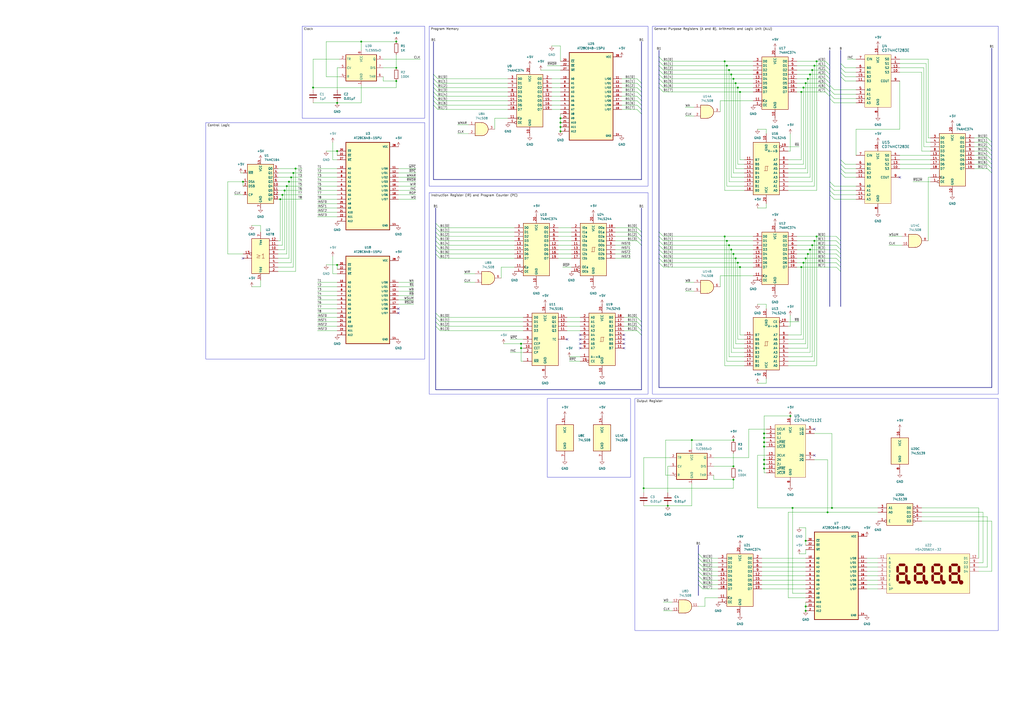
<source format=kicad_sch>
(kicad_sch (version 20231120) (generator "eeschema") (generator_version "8.0")
  (paper "A2")
  (junction (at 171.45 97.79))
  (junction (at 425.45 278.13))
  (junction (at 443.23 251.46))
  (junction (at 168.91 102.87))
  (junction (at 467.36 351.79))
  (junction (at 325.12 68.58))
  (junction (at 443.23 266.7))
  (junction (at 467.36 313.69))
  (junction (at 443.23 256.54))
  (junction (at 195.58 59.69))
  (junction (at 480.06 297.18))
  (junction (at 209.55 24.13))
  (junction (at 140.97 105.41))
  (junction (at 425.45 270.51))
  (junction (at 302.26 199.39))
  (junction (at 163.83 113.03))
  (junction (at 466.09 152.4))
  (junction (at 424.18 43.18))
  (junction (at 458.47 241.3))
  (junction (at 469.9 144.78))
  (junction (at 425.45 45.72))
  (junction (at 420.37 35.56))
  (junction (at 181.61 50.8))
  (junction (at 459.74 294.64))
  (junction (at 195.58 87.63))
  (junction (at 162.56 115.57))
  (junction (at 472.44 38.1))
  (junction (at 467.36 48.26))
  (junction (at 425.45 147.32))
  (junction (at 467.36 149.86))
  (junction (at 425.45 255.27))
  (junction (at 468.63 147.32))
  (junction (at 482.6 294.64))
  (junction (at 443.23 271.78))
  (junction (at 165.1 110.49))
  (junction (at 422.91 142.24))
  (junction (at 421.64 38.1))
  (junction (at 473.71 35.56))
  (junction (at 473.71 137.16))
  (junction (at 167.64 105.41))
  (junction (at 427.99 152.4))
  (junction (at 429.26 154.94))
  (junction (at 229.87 39.37))
  (junction (at 387.35 293.37))
  (junction (at 424.18 144.78))
  (junction (at 401.32 255.27))
  (junction (at 443.23 259.08))
  (junction (at 426.72 48.26))
  (junction (at 229.87 24.13))
  (junction (at 468.63 45.72))
  (junction (at 466.09 50.8))
  (junction (at 302.26 201.93))
  (junction (at 467.36 354.33))
  (junction (at 464.82 53.34))
  (junction (at 422.91 40.64))
  (junction (at 443.23 254))
  (junction (at 429.26 53.34))
  (junction (at 325.12 71.12))
  (junction (at 471.17 142.24))
  (junction (at 471.17 40.64))
  (junction (at 472.44 139.7))
  (junction (at 170.18 100.33))
  (junction (at 421.64 139.7))
  (junction (at 427.99 50.8))
  (junction (at 426.72 149.86))
  (junction (at 195.58 153.67))
  (junction (at 469.9 43.18))
  (junction (at 325.12 76.2))
  (junction (at 464.82 154.94))
  (junction (at 325.12 73.66))
  (junction (at 420.37 137.16))
  (junction (at 443.23 269.24))
  (junction (at 373.38 283.21))
  (junction (at 166.37 107.95))
  (junction (at 229.87 46.99))
  (no_connect (at 140.97 149.86))
  (no_connect (at 361.95 196.85))
  (no_connect (at 472.44 248.92))
  (no_connect (at 472.44 264.16))
  (no_connect (at 231.14 179.07))
  (no_connect (at 231.14 181.61))
  (no_connect (at 361.95 194.31))
  (no_connect (at 361.95 199.39))
  (no_connect (at 336.55 196.85))
  (no_connect (at 361.95 201.93))
  (no_connect (at 336.55 199.39))
  (no_connect (at 521.97 102.87))
  (no_connect (at 336.55 194.31))
  (no_connect (at 336.55 201.93))
  (no_connect (at 328.93 196.85))
  (bus_entry (at 382.27 142.24) (size 2.54 2.54))
  (bus_entry (at 369.57 189.23) (size 2.54 2.54))
  (bus_entry (at 252.73 181.61) (size 2.54 2.54))
  (bus_entry (at 382.27 137.16) (size 2.54 2.54))
  (bus_entry (at 382.27 35.56) (size 2.54 2.54))
  (bus_entry (at 405.13 328.93) (size 2.54 2.54))
  (bus_entry (at 487.68 97.79) (size 2.54 2.54))
  (bus_entry (at 405.13 323.85) (size 2.54 2.54))
  (bus_entry (at 405.13 339.09) (size 2.54 2.54))
  (bus_entry (at 478.79 53.34) (size 2.54 2.54))
  (bus_entry (at 405.13 334.01) (size 2.54 2.54))
  (bus_entry (at 369.57 132.08) (size 2.54 2.54))
  (bus_entry (at 478.79 48.26) (size 2.54 2.54))
  (bus_entry (at 251.46 55.88) (size 2.54 2.54))
  (bus_entry (at 485.14 137.16) (size 2.54 2.54))
  (bus_entry (at 252.73 137.16) (size 2.54 2.54))
  (bus_entry (at 382.27 149.86) (size 2.54 2.54))
  (bus_entry (at 405.13 331.47) (size 2.54 2.54))
  (bus_entry (at 487.68 95.25) (size 2.54 2.54))
  (bus_entry (at 251.46 48.26) (size 2.54 2.54))
  (bus_entry (at 405.13 336.55) (size 2.54 2.54))
  (bus_entry (at 485.14 152.4) (size 2.54 2.54))
  (bus_entry (at 251.46 60.96) (size 2.54 2.54))
  (bus_entry (at 572.77 90.17) (size 2.54 2.54))
  (bus_entry (at 382.27 40.64) (size 2.54 2.54))
  (bus_entry (at 252.73 189.23) (size 2.54 2.54))
  (bus_entry (at 481.33 52.07) (size 2.54 2.54))
  (bus_entry (at 382.27 134.62) (size 2.54 2.54))
  (bus_entry (at 572.77 97.79) (size 2.54 2.54))
  (bus_entry (at 251.46 58.42) (size 2.54 2.54))
  (bus_entry (at 382.27 38.1) (size 2.54 2.54))
  (bus_entry (at 369.57 50.8) (size 2.54 2.54))
  (bus_entry (at 369.57 137.16) (size 2.54 2.54))
  (bus_entry (at 382.27 144.78) (size 2.54 2.54))
  (bus_entry (at 487.68 92.71) (size 2.54 2.54))
  (bus_entry (at 481.33 110.49) (size 2.54 2.54))
  (bus_entry (at 369.57 55.88) (size 2.54 2.54))
  (bus_entry (at 481.33 54.61) (size 2.54 2.54))
  (bus_entry (at 382.27 33.02) (size 2.54 2.54))
  (bus_entry (at 487.68 41.91) (size 2.54 2.54))
  (bus_entry (at 485.14 154.94) (size 2.54 2.54))
  (bus_entry (at 382.27 43.18) (size 2.54 2.54))
  (bus_entry (at 487.68 39.37) (size 2.54 2.54))
  (bus_entry (at 481.33 105.41) (size 2.54 2.54))
  (bus_entry (at 572.77 82.55) (size 2.54 2.54))
  (bus_entry (at 478.79 43.18) (size 2.54 2.54))
  (bus_entry (at 485.14 142.24) (size 2.54 2.54))
  (bus_entry (at 251.46 50.8) (size 2.54 2.54))
  (bus_entry (at 572.77 80.01) (size 2.54 2.54))
  (bus_entry (at 478.79 38.1) (size 2.54 2.54))
  (bus_entry (at 382.27 139.7) (size 2.54 2.54))
  (bus_entry (at 572.77 92.71) (size 2.54 2.54))
  (bus_entry (at 485.14 139.7) (size 2.54 2.54))
  (bus_entry (at 252.73 186.69) (size 2.54 2.54))
  (bus_entry (at 251.46 43.18) (size 2.54 2.54))
  (bus_entry (at 369.57 58.42) (size 2.54 2.54))
  (bus_entry (at 251.46 53.34) (size 2.54 2.54))
  (bus_entry (at 382.27 147.32) (size 2.54 2.54))
  (bus_entry (at 572.77 95.25) (size 2.54 2.54))
  (bus_entry (at 478.79 45.72) (size 2.54 2.54))
  (bus_entry (at 252.73 132.08) (size 2.54 2.54))
  (bus_entry (at 252.73 144.78) (size 2.54 2.54))
  (bus_entry (at 405.13 326.39) (size 2.54 2.54))
  (bus_entry (at 369.57 186.69) (size 2.54 2.54))
  (bus_entry (at 251.46 45.72) (size 2.54 2.54))
  (bus_entry (at 252.73 142.24) (size 2.54 2.54))
  (bus_entry (at 481.33 107.95) (size 2.54 2.54))
  (bus_entry (at 405.13 321.31) (size 2.54 2.54))
  (bus_entry (at 369.57 134.62) (size 2.54 2.54))
  (bus_entry (at 485.14 149.86) (size 2.54 2.54))
  (bus_entry (at 369.57 63.5) (size 2.54 2.54))
  (bus_entry (at 382.27 48.26) (size 2.54 2.54))
  (bus_entry (at 481.33 57.15) (size 2.54 2.54))
  (bus_entry (at 478.79 35.56) (size 2.54 2.54))
  (bus_entry (at 369.57 53.34) (size 2.54 2.54))
  (bus_entry (at 478.79 50.8) (size 2.54 2.54))
  (bus_entry (at 252.73 134.62) (size 2.54 2.54))
  (bus_entry (at 252.73 139.7) (size 2.54 2.54))
  (bus_entry (at 369.57 48.26) (size 2.54 2.54))
  (bus_entry (at 572.77 85.09) (size 2.54 2.54))
  (bus_entry (at 382.27 152.4) (size 2.54 2.54))
  (bus_entry (at 485.14 144.78) (size 2.54 2.54))
  (bus_entry (at 382.27 45.72) (size 2.54 2.54))
  (bus_entry (at 252.73 184.15) (size 2.54 2.54))
  (bus_entry (at 487.68 36.83) (size 2.54 2.54))
  (bus_entry (at 252.73 147.32) (size 2.54 2.54))
  (bus_entry (at 481.33 49.53) (size 2.54 2.54))
  (bus_entry (at 487.68 44.45) (size 2.54 2.54))
  (bus_entry (at 369.57 60.96) (size 2.54 2.54))
  (bus_entry (at 478.79 40.64) (size 2.54 2.54))
  (bus_entry (at 252.73 129.54) (size 2.54 2.54))
  (bus_entry (at 481.33 113.03) (size 2.54 2.54))
  (bus_entry (at 369.57 45.72) (size 2.54 2.54))
  (bus_entry (at 382.27 50.8) (size 2.54 2.54))
  (bus_entry (at 369.57 184.15) (size 2.54 2.54))
  (bus_entry (at 485.14 147.32) (size 2.54 2.54))
  (bus_entry (at 369.57 139.7) (size 2.54 2.54))
  (bus_entry (at 487.68 100.33) (size 2.54 2.54))
  (bus_entry (at 369.57 191.77) (size 2.54 2.54))
  (bus_entry (at 572.77 87.63) (size 2.54 2.54))
  (wire (pts (xy 161.29 97.79) (xy 171.45 97.79)))
  (wire (pts (xy 361.95 189.23) (xy 369.57 189.23)))
  (wire (pts (xy 570.23 297.18) (xy 570.23 326.39)))
  (bus (pts (xy 382.27 40.64) (xy 382.27 43.18)))
  (wire (pts (xy 425.45 100.33) (xy 431.8 100.33)))
  (bus (pts (xy 382.27 147.32) (xy 382.27 149.86)))
  (wire (pts (xy 457.2 207.01) (xy 471.17 207.01)))
  (wire (pts (xy 468.63 147.32) (xy 485.14 147.32)))
  (wire (pts (xy 139.7 100.33) (xy 140.97 100.33)))
  (wire (pts (xy 165.1 110.49) (xy 165.1 144.78)))
  (wire (pts (xy 443.23 256.54) (xy 444.5 256.54)))
  (wire (pts (xy 193.04 158.75) (xy 193.04 148.59)))
  (wire (pts (xy 565.15 82.55) (xy 572.77 82.55)))
  (wire (pts (xy 537.21 82.55) (xy 539.75 82.55)))
  (wire (pts (xy 468.63 100.33) (xy 457.2 100.33)))
  (wire (pts (xy 222.25 44.45) (xy 222.25 46.99)))
  (wire (pts (xy 373.38 283.21) (xy 373.38 285.75)))
  (wire (pts (xy 473.71 35.56) (xy 473.71 110.49)))
  (wire (pts (xy 421.64 139.7) (xy 436.88 139.7)))
  (wire (pts (xy 436.88 58.42) (xy 417.83 58.42)))
  (bus (pts (xy 487.68 154.94) (xy 487.68 157.48)))
  (bus (pts (xy 372.11 58.42) (xy 372.11 60.96)))
  (wire (pts (xy 295.91 196.85) (xy 303.53 196.85)))
  (wire (pts (xy 565.15 92.71) (xy 572.77 92.71)))
  (wire (pts (xy 373.38 293.37) (xy 387.35 293.37)))
  (bus (pts (xy 252.73 139.7) (xy 252.73 142.24)))
  (wire (pts (xy 521.97 36.83) (xy 537.21 36.83)))
  (bus (pts (xy 382.27 149.86) (xy 382.27 152.4)))
  (wire (pts (xy 254 63.5) (xy 294.64 63.5)))
  (wire (pts (xy 184.15 184.15) (xy 195.58 184.15)))
  (wire (pts (xy 457.2 297.18) (xy 457.2 346.71)))
  (bus (pts (xy 481.33 40.64) (xy 481.33 43.18)))
  (wire (pts (xy 189.23 44.45) (xy 189.23 24.13)))
  (wire (pts (xy 320.04 60.96) (xy 325.12 60.96)))
  (wire (pts (xy 502.92 341.63) (xy 509.27 341.63)))
  (wire (pts (xy 287.02 68.58) (xy 287.02 74.93)))
  (wire (pts (xy 231.14 97.79) (xy 241.3 97.79)))
  (wire (pts (xy 444.5 222.25) (xy 439.42 222.25)))
  (wire (pts (xy 356.87 147.32) (xy 365.76 147.32)))
  (wire (pts (xy 539.75 102.87) (xy 538.48 102.87)))
  (wire (pts (xy 462.28 45.72) (xy 468.63 45.72)))
  (wire (pts (xy 361.95 184.15) (xy 369.57 184.15)))
  (wire (pts (xy 161.29 107.95) (xy 166.37 107.95)))
  (wire (pts (xy 269.24 163.83) (xy 275.59 163.83)))
  (wire (pts (xy 184.15 107.95) (xy 195.58 107.95)))
  (wire (pts (xy 473.71 137.16) (xy 473.71 212.09)))
  (wire (pts (xy 457.2 196.85) (xy 466.09 196.85)))
  (bus (pts (xy 372.11 53.34) (xy 372.11 55.88)))
  (wire (pts (xy 320.04 48.26) (xy 325.12 48.26)))
  (wire (pts (xy 184.15 118.11) (xy 195.58 118.11)))
  (wire (pts (xy 420.37 35.56) (xy 436.88 35.56)))
  (bus (pts (xy 487.68 139.7) (xy 487.68 142.24)))
  (wire (pts (xy 427.99 152.4) (xy 427.99 196.85)))
  (bus (pts (xy 251.46 43.18) (xy 251.46 45.72)))
  (bus (pts (xy 481.33 48.26) (xy 481.33 49.53)))
  (wire (pts (xy 325.12 71.12) (xy 325.12 73.66)))
  (wire (pts (xy 467.36 149.86) (xy 485.14 149.86)))
  (wire (pts (xy 166.37 147.32) (xy 161.29 147.32)))
  (wire (pts (xy 167.64 105.41) (xy 175.26 105.41)))
  (wire (pts (xy 441.96 339.09) (xy 467.36 339.09)))
  (bus (pts (xy 575.31 95.25) (xy 575.31 97.79)))
  (wire (pts (xy 431.8 102.87) (xy 424.18 102.87)))
  (wire (pts (xy 459.74 294.64) (xy 482.6 294.64)))
  (wire (pts (xy 360.68 60.96) (xy 369.57 60.96)))
  (wire (pts (xy 439.42 294.64) (xy 459.74 294.64)))
  (wire (pts (xy 361.95 186.69) (xy 369.57 186.69)))
  (wire (pts (xy 502.92 334.01) (xy 509.27 334.01)))
  (wire (pts (xy 466.09 152.4) (xy 485.14 152.4)))
  (wire (pts (xy 537.21 36.83) (xy 537.21 82.55)))
  (wire (pts (xy 222.25 39.37) (xy 229.87 39.37)))
  (wire (pts (xy 184.15 186.69) (xy 195.58 186.69)))
  (wire (pts (xy 444.5 248.92) (xy 434.34 248.92)))
  (wire (pts (xy 431.8 97.79) (xy 426.72 97.79)))
  (wire (pts (xy 468.63 147.32) (xy 468.63 201.93)))
  (wire (pts (xy 302.26 201.93) (xy 303.53 201.93)))
  (bus (pts (xy 382.27 134.62) (xy 382.27 137.16)))
  (wire (pts (xy 302.26 199.39) (xy 303.53 199.39)))
  (wire (pts (xy 161.29 110.49) (xy 165.1 110.49)))
  (wire (pts (xy 462.28 144.78) (xy 469.9 144.78)))
  (wire (pts (xy 386.08 255.27) (xy 401.32 255.27)))
  (wire (pts (xy 521.97 95.25) (xy 539.75 95.25)))
  (wire (pts (xy 255.27 132.08) (xy 298.45 132.08)))
  (wire (pts (xy 184.15 176.53) (xy 195.58 176.53)))
  (wire (pts (xy 323.85 144.78) (xy 331.47 144.78)))
  (wire (pts (xy 161.29 113.03) (xy 163.83 113.03)))
  (wire (pts (xy 425.45 147.32) (xy 425.45 201.93)))
  (bus (pts (xy 481.33 38.1) (xy 481.33 40.64)))
  (wire (pts (xy 425.45 278.13) (xy 425.45 283.21)))
  (wire (pts (xy 168.91 102.87) (xy 168.91 152.4)))
  (wire (pts (xy 521.97 92.71) (xy 539.75 92.71)))
  (wire (pts (xy 443.23 271.78) (xy 444.5 271.78)))
  (wire (pts (xy 231.14 163.83) (xy 240.03 163.83)))
  (wire (pts (xy 565.15 97.79) (xy 572.77 97.79)))
  (wire (pts (xy 431.8 212.09) (xy 420.37 212.09)))
  (wire (pts (xy 360.68 58.42) (xy 369.57 58.42)))
  (wire (pts (xy 425.45 45.72) (xy 436.88 45.72)))
  (wire (pts (xy 209.55 24.13) (xy 229.87 24.13)))
  (wire (pts (xy 431.8 92.71) (xy 429.26 92.71)))
  (wire (pts (xy 290.83 154.94) (xy 290.83 161.29)))
  (wire (pts (xy 483.87 57.15) (xy 496.57 57.15)))
  (wire (pts (xy 462.28 152.4) (xy 466.09 152.4)))
  (wire (pts (xy 421.64 209.55) (xy 431.8 209.55)))
  (bus (pts (xy 575.31 87.63) (xy 575.31 90.17)))
  (wire (pts (xy 162.56 115.57) (xy 175.26 115.57)))
  (wire (pts (xy 195.58 153.67) (xy 195.58 156.21)))
  (wire (pts (xy 222.25 46.99) (xy 229.87 46.99)))
  (bus (pts (xy 481.33 53.34) (xy 481.33 54.61)))
  (wire (pts (xy 330.2 207.01) (xy 336.55 207.01)))
  (wire (pts (xy 421.64 107.95) (xy 431.8 107.95)))
  (wire (pts (xy 462.28 53.34) (xy 464.82 53.34)))
  (bus (pts (xy 481.33 43.18) (xy 481.33 45.72)))
  (bus (pts (xy 405.13 336.55) (xy 405.13 339.09)))
  (bus (pts (xy 405.13 323.85) (xy 405.13 326.39)))
  (bus (pts (xy 251.46 50.8) (xy 251.46 53.34)))
  (bus (pts (xy 487.68 92.71) (xy 487.68 95.25)))
  (bus (pts (xy 252.73 181.61) (xy 252.73 184.15)))
  (wire (pts (xy 431.8 199.39) (xy 426.72 199.39)))
  (bus (pts (xy 481.33 29.21) (xy 481.33 38.1)))
  (bus (pts (xy 372.11 120.65) (xy 372.11 134.62)))
  (wire (pts (xy 538.48 102.87) (xy 538.48 139.7)))
  (wire (pts (xy 529.59 105.41) (xy 539.75 105.41)))
  (wire (pts (xy 320.04 53.34) (xy 325.12 53.34)))
  (wire (pts (xy 443.23 254) (xy 443.23 256.54)))
  (wire (pts (xy 441.96 341.63) (xy 467.36 341.63)))
  (wire (pts (xy 457.2 297.18) (xy 480.06 297.18)))
  (wire (pts (xy 490.22 95.25) (xy 496.57 95.25)))
  (wire (pts (xy 443.23 269.24) (xy 444.5 269.24)))
  (wire (pts (xy 421.64 38.1) (xy 421.64 107.95)))
  (wire (pts (xy 401.32 260.35) (xy 401.32 255.27)))
  (wire (pts (xy 472.44 38.1) (xy 478.79 38.1)))
  (wire (pts (xy 427.99 152.4) (xy 436.88 152.4)))
  (wire (pts (xy 407.67 336.55) (xy 416.56 336.55)))
  (bus (pts (xy 487.68 29.21) (xy 487.68 36.83)))
  (bus (pts (xy 251.46 24.13) (xy 251.46 43.18)))
  (wire (pts (xy 539.75 85.09) (xy 535.94 85.09)))
  (wire (pts (xy 502.92 323.85) (xy 509.27 323.85)))
  (bus (pts (xy 487.68 100.33) (xy 487.68 139.7)))
  (wire (pts (xy 457.2 201.93) (xy 468.63 201.93)))
  (wire (pts (xy 565.15 90.17) (xy 572.77 90.17)))
  (wire (pts (xy 132.08 147.32) (xy 132.08 105.41)))
  (wire (pts (xy 255.27 191.77) (xy 303.53 191.77)))
  (wire (pts (xy 165.1 144.78) (xy 161.29 144.78)))
  (bus (pts (xy 372.11 189.23) (xy 372.11 191.77)))
  (bus (pts (xy 481.33 52.07) (xy 481.33 53.34)))
  (wire (pts (xy 184.15 113.03) (xy 195.58 113.03)))
  (wire (pts (xy 184.15 171.45) (xy 195.58 171.45)))
  (bus (pts (xy 372.11 50.8) (xy 372.11 53.34)))
  (wire (pts (xy 483.87 52.07) (xy 496.57 52.07)))
  (wire (pts (xy 444.5 74.93) (xy 439.42 74.93)))
  (wire (pts (xy 521.97 74.93) (xy 496.57 74.93)))
  (wire (pts (xy 565.15 95.25) (xy 572.77 95.25)))
  (wire (pts (xy 328.93 184.15) (xy 336.55 184.15)))
  (wire (pts (xy 320.04 45.72) (xy 325.12 45.72)))
  (wire (pts (xy 167.64 105.41) (xy 167.64 149.86)))
  (wire (pts (xy 255.27 147.32) (xy 298.45 147.32)))
  (wire (pts (xy 151.13 162.56) (xy 151.13 166.37)))
  (wire (pts (xy 429.26 92.71) (xy 429.26 53.34)))
  (wire (pts (xy 457.2 194.31) (xy 464.82 194.31)))
  (wire (pts (xy 469.9 144.78) (xy 469.9 204.47)))
  (wire (pts (xy 462.28 147.32) (xy 468.63 147.32)))
  (wire (pts (xy 231.14 173.99) (xy 240.03 173.99)))
  (wire (pts (xy 467.36 48.26) (xy 478.79 48.26)))
  (wire (pts (xy 384.81 137.16) (xy 420.37 137.16)))
  (wire (pts (xy 231.14 107.95) (xy 241.3 107.95)))
  (wire (pts (xy 468.63 45.72) (xy 468.63 100.33)))
  (wire (pts (xy 431.8 105.41) (xy 422.91 105.41)))
  (wire (pts (xy 320.04 63.5) (xy 325.12 63.5)))
  (wire (pts (xy 473.71 137.16) (xy 485.14 137.16)))
  (wire (pts (xy 325.12 66.04) (xy 325.12 68.58)))
  (wire (pts (xy 384.81 45.72) (xy 425.45 45.72)))
  (wire (pts (xy 463.55 321.31) (xy 467.36 321.31)))
  (wire (pts (xy 467.36 313.69) (xy 467.36 316.23)))
  (wire (pts (xy 534.67 294.64) (xy 567.69 294.64)))
  (wire (pts (xy 490.22 46.99) (xy 496.57 46.99)))
  (bus (pts (xy 372.11 66.04) (xy 372.11 104.14)))
  (bus (pts (xy 481.33 49.53) (xy 481.33 50.8)))
  (wire (pts (xy 422.91 142.24) (xy 436.88 142.24)))
  (bus (pts (xy 252.73 142.24) (xy 252.73 144.78)))
  (wire (pts (xy 161.29 102.87) (xy 168.91 102.87)))
  (wire (pts (xy 401.32 255.27) (xy 425.45 255.27)))
  (wire (pts (xy 231.14 100.33) (xy 241.3 100.33)))
  (bus (pts (xy 487.68 142.24) (xy 487.68 144.78)))
  (wire (pts (xy 181.61 50.8) (xy 181.61 52.07)))
  (wire (pts (xy 534.67 302.26) (xy 575.31 302.26)))
  (bus (pts (xy 372.11 55.88) (xy 372.11 58.42)))
  (wire (pts (xy 567.69 331.47) (xy 575.31 331.47)))
  (bus (pts (xy 372.11 142.24) (xy 372.11 186.69)))
  (wire (pts (xy 387.35 270.51) (xy 387.35 285.75)))
  (wire (pts (xy 534.67 41.91) (xy 534.67 87.63)))
  (wire (pts (xy 290.83 154.94) (xy 298.45 154.94)))
  (wire (pts (xy 457.2 346.71) (xy 467.36 346.71)))
  (bus (pts (xy 251.46 104.14) (xy 251.46 60.96)))
  (wire (pts (xy 467.36 149.86) (xy 467.36 199.39)))
  (wire (pts (xy 165.1 110.49) (xy 175.26 110.49)))
  (wire (pts (xy 425.45 270.51) (xy 425.45 262.89)))
  (wire (pts (xy 424.18 144.78) (xy 436.88 144.78)))
  (bus (pts (xy 372.11 134.62) (xy 372.11 137.16)))
  (wire (pts (xy 254 60.96) (xy 294.64 60.96)))
  (wire (pts (xy 471.17 142.24) (xy 485.14 142.24)))
  (bus (pts (xy 487.68 36.83) (xy 487.68 39.37)))
  (wire (pts (xy 466.09 152.4) (xy 466.09 196.85)))
  (wire (pts (xy 231.14 102.87) (xy 241.3 102.87)))
  (wire (pts (xy 323.85 134.62) (xy 331.47 134.62)))
  (wire (pts (xy 161.29 105.41) (xy 167.64 105.41)))
  (wire (pts (xy 384.81 149.86) (xy 426.72 149.86)))
  (wire (pts (xy 170.18 100.33) (xy 170.18 154.94)))
  (wire (pts (xy 457.2 209.55) (xy 472.44 209.55)))
  (wire (pts (xy 443.23 266.7) (xy 444.5 266.7)))
  (wire (pts (xy 255.27 134.62) (xy 298.45 134.62)))
  (wire (pts (xy 425.45 283.21) (xy 373.38 283.21)))
  (wire (pts (xy 384.81 142.24) (xy 422.91 142.24)))
  (wire (pts (xy 464.82 53.34) (xy 464.82 92.71)))
  (wire (pts (xy 471.17 40.64) (xy 478.79 40.64)))
  (bus (pts (xy 382.27 224.79) (xy 382.27 152.4)))
  (wire (pts (xy 459.74 344.17) (xy 467.36 344.17)))
  (wire (pts (xy 325.12 73.66) (xy 325.12 76.2)))
  (wire (pts (xy 231.14 176.53) (xy 240.03 176.53)))
  (wire (pts (xy 195.58 87.63) (xy 195.58 90.17)))
  (bus (pts (xy 405.13 331.47) (xy 405.13 334.01)))
  (wire (pts (xy 302.26 199.39) (xy 302.26 201.93)))
  (bus (pts (xy 382.27 142.24) (xy 382.27 144.78)))
  (wire (pts (xy 222.25 34.29) (xy 243.84 34.29)))
  (wire (pts (xy 444.5 77.47) (xy 444.5 74.93)))
  (wire (pts (xy 255.27 144.78) (xy 298.45 144.78)))
  (wire (pts (xy 464.82 154.94) (xy 464.82 194.31)))
  (wire (pts (xy 471.17 105.41) (xy 457.2 105.41)))
  (wire (pts (xy 255.27 186.69) (xy 303.53 186.69)))
  (wire (pts (xy 467.36 321.31) (xy 467.36 318.77)))
  (bus (pts (xy 575.31 90.17) (xy 575.31 92.71)))
  (wire (pts (xy 422.91 40.64) (xy 436.88 40.64)))
  (wire (pts (xy 443.23 251.46) (xy 443.23 254)))
  (wire (pts (xy 425.45 45.72) (xy 425.45 100.33)))
  (wire (pts (xy 471.17 142.24) (xy 471.17 207.01)))
  (wire (pts (xy 151.13 134.62) (xy 151.13 130.81)))
  (wire (pts (xy 181.61 34.29) (xy 181.61 50.8)))
  (bus (pts (xy 372.11 191.77) (xy 372.11 194.31)))
  (wire (pts (xy 464.82 154.94) (xy 485.14 154.94)))
  (bus (pts (xy 372.11 137.16) (xy 372.11 139.7)))
  (wire (pts (xy 502.92 328.93) (xy 509.27 328.93)))
  (wire (pts (xy 163.83 142.24) (xy 161.29 142.24)))
  (wire (pts (xy 184.15 189.23) (xy 195.58 189.23)))
  (bus (pts (xy 382.27 50.8) (xy 382.27 134.62)))
  (wire (pts (xy 407.67 323.85) (xy 416.56 323.85)))
  (wire (pts (xy 444.5 219.71) (xy 444.5 222.25)))
  (wire (pts (xy 502.92 331.47) (xy 509.27 331.47)))
  (wire (pts (xy 490.22 100.33) (xy 496.57 100.33)))
  (wire (pts (xy 458.47 87.63) (xy 457.2 87.63)))
  (wire (pts (xy 320.04 50.8) (xy 325.12 50.8)))
  (wire (pts (xy 444.5 259.08) (xy 443.23 259.08)))
  (wire (pts (xy 161.29 149.86) (xy 167.64 149.86)))
  (bus (pts (xy 487.68 44.45) (xy 487.68 92.71)))
  (wire (pts (xy 443.23 271.78) (xy 443.23 269.24)))
  (wire (pts (xy 441.96 326.39) (xy 467.36 326.39)))
  (wire (pts (xy 388.62 265.43) (xy 373.38 265.43)))
  (wire (pts (xy 384.81 40.64) (xy 422.91 40.64)))
  (wire (pts (xy 166.37 107.95) (xy 166.37 147.32)))
  (wire (pts (xy 567.69 323.85) (xy 567.69 294.64)))
  (wire (pts (xy 189.23 87.63) (xy 195.58 87.63)))
  (bus (pts (xy 481.33 55.88) (xy 481.33 57.15)))
  (bus (pts (xy 372.11 63.5) (xy 372.11 66.04)))
  (wire (pts (xy 483.87 113.03) (xy 496.57 113.03)))
  (wire (pts (xy 196.85 34.29) (xy 181.61 34.29)))
  (wire (pts (xy 255.27 184.15) (xy 303.53 184.15)))
  (bus (pts (xy 575.31 92.71) (xy 575.31 95.25)))
  (wire (pts (xy 231.14 171.45) (xy 240.03 171.45)))
  (wire (pts (xy 397.51 62.23) (xy 402.59 62.23)))
  (wire (pts (xy 303.53 209.55) (xy 302.26 209.55)))
  (wire (pts (xy 405.13 351.79) (xy 408.94 351.79)))
  (wire (pts (xy 384.81 48.26) (xy 426.72 48.26)))
  (wire (pts (xy 356.87 149.86) (xy 365.76 149.86)))
  (wire (pts (xy 384.81 152.4) (xy 427.99 152.4)))
  (wire (pts (xy 384.81 139.7) (xy 421.64 139.7)))
  (bus (pts (xy 372.11 186.69) (xy 372.11 189.23)))
  (bus (pts (xy 251.46 45.72) (xy 251.46 48.26)))
  (wire (pts (xy 323.85 142.24) (xy 331.47 142.24)))
  (wire (pts (xy 444.5 120.65) (xy 439.42 120.65)))
  (wire (pts (xy 326.39 154.94) (xy 331.47 154.94)))
  (wire (pts (xy 427.99 50.8) (xy 427.99 95.25)))
  (bus (pts (xy 487.68 152.4) (xy 487.68 154.94)))
  (wire (pts (xy 323.85 147.32) (xy 331.47 147.32)))
  (wire (pts (xy 420.37 212.09) (xy 420.37 137.16)))
  (bus (pts (xy 487.68 144.78) (xy 487.68 147.32)))
  (bus (pts (xy 481.33 50.8) (xy 481.33 52.07)))
  (wire (pts (xy 534.67 297.18) (xy 570.23 297.18)))
  (wire (pts (xy 265.43 72.39) (xy 271.78 72.39)))
  (wire (pts (xy 483.87 59.69) (xy 496.57 59.69)))
  (wire (pts (xy 356.87 132.08) (xy 369.57 132.08)))
  (wire (pts (xy 457.2 102.87) (xy 469.9 102.87)))
  (wire (pts (xy 462.28 40.64) (xy 471.17 40.64)))
  (bus (pts (xy 251.46 58.42) (xy 251.46 60.96)))
  (wire (pts (xy 407.67 328.93) (xy 416.56 328.93)))
  (bus (pts (xy 575.31 97.79) (xy 575.31 100.33)))
  (wire (pts (xy 373.38 265.43) (xy 373.38 283.21)))
  (wire (pts (xy 384.81 38.1) (xy 421.64 38.1)))
  (wire (pts (xy 471.17 40.64) (xy 471.17 105.41)))
  (wire (pts (xy 328.93 191.77) (xy 336.55 191.77)))
  (wire (pts (xy 458.47 77.47) (xy 458.47 87.63)))
  (wire (pts (xy 521.97 97.79) (xy 539.75 97.79)))
  (wire (pts (xy 255.27 137.16) (xy 298.45 137.16)))
  (wire (pts (xy 436.88 160.02) (xy 417.83 160.02)))
  (wire (pts (xy 502.92 339.09) (xy 509.27 339.09)))
  (wire (pts (xy 443.23 254) (xy 444.5 254)))
  (wire (pts (xy 184.15 191.77) (xy 195.58 191.77)))
  (bus (pts (xy 405.13 326.39) (xy 405.13 328.93)))
  (wire (pts (xy 196.85 44.45) (xy 189.23 44.45)))
  (wire (pts (xy 171.45 97.79) (xy 175.26 97.79)))
  (bus (pts (xy 252.73 226.06) (xy 372.11 226.06)))
  (wire (pts (xy 521.97 41.91) (xy 534.67 41.91)))
  (wire (pts (xy 467.36 351.79) (xy 467.36 354.33)))
  (wire (pts (xy 163.83 113.03) (xy 163.83 142.24)))
  (bus (pts (xy 382.27 38.1) (xy 382.27 40.64)))
  (bus (pts (xy 252.73 132.08) (xy 252.73 134.62)))
  (bus (pts (xy 252.73 120.65) (xy 252.73 129.54)))
  (wire (pts (xy 441.96 331.47) (xy 467.36 331.47)))
  (wire (pts (xy 388.62 270.51) (xy 387.35 270.51)))
  (wire (pts (xy 325.12 26.67) (xy 320.04 26.67)))
  (wire (pts (xy 162.56 139.7) (xy 161.29 139.7)))
  (bus (pts (xy 382.27 29.21) (xy 382.27 33.02)))
  (wire (pts (xy 360.68 45.72) (xy 369.57 45.72)))
  (wire (pts (xy 231.14 168.91) (xy 240.03 168.91)))
  (wire (pts (xy 295.91 204.47) (xy 303.53 204.47)))
  (bus (pts (xy 372.11 60.96) (xy 372.11 63.5)))
  (wire (pts (xy 184.15 123.19) (xy 195.58 123.19)))
  (wire (pts (xy 317.5 38.1) (xy 325.12 38.1)))
  (wire (pts (xy 458.47 189.23) (xy 457.2 189.23)))
  (wire (pts (xy 292.1 199.39) (xy 302.26 199.39)))
  (wire (pts (xy 320.04 55.88) (xy 325.12 55.88)))
  (wire (pts (xy 193.04 92.71) (xy 193.04 82.55)))
  (bus (pts (xy 252.73 144.78) (xy 252.73 147.32)))
  (wire (pts (xy 462.28 43.18) (xy 469.9 43.18)))
  (wire (pts (xy 255.27 189.23) (xy 303.53 189.23)))
  (wire (pts (xy 457.2 85.09) (xy 463.55 85.09)))
  (wire (pts (xy 421.64 38.1) (xy 436.88 38.1)))
  (wire (pts (xy 184.15 97.79) (xy 195.58 97.79)))
  (wire (pts (xy 441.96 336.55) (xy 467.36 336.55)))
  (wire (pts (xy 184.15 120.65) (xy 195.58 120.65)))
  (wire (pts (xy 132.08 105.41) (xy 140.97 105.41)))
  (wire (pts (xy 575.31 302.26) (xy 575.31 331.47)))
  (bus (pts (xy 405.13 328.93) (xy 405.13 331.47)))
  (bus (pts (xy 382.27 43.18) (xy 382.27 45.72)))
  (bus (pts (xy 487.68 97.79) (xy 487.68 100.33)))
  (wire (pts (xy 426.72 48.26) (xy 436.88 48.26)))
  (wire (pts (xy 135.89 113.03) (xy 140.97 113.03)))
  (wire (pts (xy 140.97 147.32) (xy 132.08 147.32)))
  (wire (pts (xy 229.87 50.8) (xy 181.61 50.8)))
  (wire (pts (xy 431.8 207.01) (xy 422.91 207.01)))
  (wire (pts (xy 443.23 269.24) (xy 443.23 266.7)))
  (wire (pts (xy 184.15 105.41) (xy 195.58 105.41)))
  (wire (pts (xy 421.64 139.7) (xy 421.64 209.55)))
  (wire (pts (xy 328.93 186.69) (xy 336.55 186.69)))
  (wire (pts (xy 490.22 39.37) (xy 496.57 39.37)))
  (wire (pts (xy 386.08 275.59) (xy 386.08 255.27)))
  (bus (pts (xy 372.11 24.13) (xy 372.11 48.26)))
  (wire (pts (xy 184.15 173.99) (xy 195.58 173.99)))
  (wire (pts (xy 407.67 331.47) (xy 416.56 331.47)))
  (wire (pts (xy 265.43 77.47) (xy 271.78 77.47)))
  (wire (pts (xy 490.22 97.79) (xy 496.57 97.79)))
  (wire (pts (xy 184.15 163.83) (xy 195.58 163.83)))
  (wire (pts (xy 195.58 39.37) (xy 195.58 52.07)))
  (wire (pts (xy 491.49 34.29) (xy 496.57 34.29)))
  (wire (pts (xy 462.28 50.8) (xy 466.09 50.8)))
  (bus (pts (xy 487.68 41.91) (xy 487.68 44.45)))
  (wire (pts (xy 469.9 43.18) (xy 478.79 43.18)))
  (bus (pts (xy 372.11 139.7) (xy 372.11 142.24)))
  (wire (pts (xy 521.97 46.99) (xy 521.97 74.93)))
  (wire (pts (xy 294.64 68.58) (xy 287.02 68.58)))
  (wire (pts (xy 407.67 326.39) (xy 416.56 326.39)))
  (wire (pts (xy 472.44 251.46) (xy 482.6 251.46)))
  (wire (pts (xy 443.23 251.46) (xy 444.5 251.46)))
  (wire (pts (xy 229.87 39.37) (xy 229.87 31.75)))
  (bus (pts (xy 481.33 45.72) (xy 481.33 48.26)))
  (wire (pts (xy 184.15 125.73) (xy 195.58 125.73)))
  (bus (pts (xy 575.31 100.33) (xy 575.31 224.79)))
  (wire (pts (xy 184.15 166.37) (xy 195.58 166.37)))
  (wire (pts (xy 466.09 95.25) (xy 457.2 95.25)))
  (wire (pts (xy 496.57 115.57) (xy 483.87 115.57)))
  (wire (pts (xy 162.56 115.57) (xy 161.29 115.57)))
  (wire (pts (xy 473.71 35.56) (xy 478.79 35.56)))
  (wire (pts (xy 472.44 107.95) (xy 472.44 38.1)))
  (wire (pts (xy 480.06 266.7) (xy 480.06 297.18)))
  (wire (pts (xy 407.67 339.09) (xy 416.56 339.09)))
  (wire (pts (xy 462.28 142.24) (xy 471.17 142.24)))
  (wire (pts (xy 426.72 97.79) (xy 426.72 48.26)))
  (wire (pts (xy 444.5 274.32) (xy 443.23 274.32)))
  (wire (pts (xy 168.91 102.87) (xy 175.26 102.87)))
  (wire (pts (xy 356.87 139.7) (xy 369.57 139.7)))
  (bus (pts (xy 382.27 48.26) (xy 382.27 50.8)))
  (wire (pts (xy 330.2 209.55) (xy 336.55 209.55)))
  (wire (pts (xy 384.81 53.34) (xy 429.26 53.34)))
  (wire (pts (xy 401.32 293.37) (xy 387.35 293.37)))
  (wire (pts (xy 171.45 97.79) (xy 171.45 157.48)))
  (wire (pts (xy 439.42 264.16) (xy 439.42 294.64)))
  (wire (pts (xy 457.2 97.79) (xy 467.36 97.79)))
  (bus (pts (xy 382.27 35.56) (xy 382.27 38.1)))
  (wire (pts (xy 464.82 92.71) (xy 457.2 92.71)))
  (wire (pts (xy 443.23 274.32) (xy 443.23 271.78)))
  (bus (pts (xy 382.27 33.02) (xy 382.27 35.56)))
  (wire (pts (xy 535.94 39.37) (xy 521.97 39.37)))
  (wire (pts (xy 458.47 182.88) (xy 458.47 189.23)))
  (wire (pts (xy 422.91 105.41) (xy 422.91 40.64)))
  (bus (pts (xy 372.11 48.26) (xy 372.11 50.8)))
  (wire (pts (xy 254 50.8) (xy 294.64 50.8)))
  (wire (pts (xy 384.81 35.56) (xy 420.37 35.56)))
  (wire (pts (xy 462.28 139.7) (xy 472.44 139.7)))
  (bus (pts (xy 252.73 184.15) (xy 252.73 186.69)))
  (wire (pts (xy 414.02 278.13) (xy 425.45 278.13)))
  (wire (pts (xy 426.72 149.86) (xy 436.88 149.86)))
  (bus (pts (xy 252.73 147.32) (xy 252.73 181.61)))
  (wire (pts (xy 496.57 74.93) (xy 496.57 90.17)))
  (bus (pts (xy 481.33 113.03) (xy 481.33 177.8)))
  (wire (pts (xy 490.22 102.87) (xy 496.57 102.87)))
  (wire (pts (xy 255.27 149.86) (xy 298.45 149.86)))
  (bus (pts (xy 481.33 54.61) (xy 481.33 55.88)))
  (wire (pts (xy 325.12 68.58) (xy 325.12 71.12)))
  (wire (pts (xy 407.67 334.01) (xy 416.56 334.01)))
  (wire (pts (xy 464.82 53.34) (xy 478.79 53.34)))
  (wire (pts (xy 231.14 115.57) (xy 241.3 115.57)))
  (wire (pts (xy 466.09 50.8) (xy 466.09 95.25)))
  (wire (pts (xy 384.81 349.25) (xy 389.89 349.25)))
  (bus (pts (xy 575.31 27.94) (xy 575.31 82.55)))
  (wire (pts (xy 429.26 154.94) (xy 436.88 154.94)))
  (wire (pts (xy 163.83 113.03) (xy 175.26 113.03)))
  (wire (pts (xy 384.81 147.32) (xy 425.45 147.32)))
  (wire (pts (xy 189.23 153.67) (xy 195.58 153.67)))
  (wire (pts (xy 457.2 204.47) (xy 469.9 204.47)))
  (wire (pts (xy 189.23 24.13) (xy 209.55 24.13)))
  (bus (pts (xy 405.13 339.09) (xy 405.13 345.44)))
  (wire (pts (xy 328.93 189.23) (xy 336.55 189.23)))
  (bus (pts (xy 575.31 85.09) (xy 575.31 87.63)))
  (wire (pts (xy 444.5 179.07) (xy 444.5 176.53)))
  (wire (pts (xy 434.34 248.92) (xy 434.34 265.43)))
  (wire (pts (xy 323.85 132.08) (xy 331.47 132.08)))
  (wire (pts (xy 184.15 179.07) (xy 195.58 179.07)))
  (bus (pts (xy 487.68 39.37) (xy 487.68 41.91)))
  (wire (pts (xy 231.14 166.37) (xy 240.03 166.37)))
  (wire (pts (xy 444.5 264.16) (xy 439.42 264.16)))
  (wire (pts (xy 209.55 29.21) (xy 209.55 24.13)))
  (wire (pts (xy 170.18 100.33) (xy 175.26 100.33)))
  (wire (pts (xy 463.55 306.07) (xy 467.36 306.07)))
  (wire (pts (xy 388.62 275.59) (xy 386.08 275.59)))
  (wire (pts (xy 469.9 144.78) (xy 485.14 144.78)))
  (wire (pts (xy 195.58 158.75) (xy 193.04 158.75)))
  (wire (pts (xy 490.22 41.91) (xy 496.57 41.91)))
  (wire (pts (xy 567.69 328.93) (xy 572.77 328.93)))
  (wire (pts (xy 443.23 241.3) (xy 443.23 251.46)))
  (wire (pts (xy 467.36 306.07) (xy 467.36 313.69)))
  (wire (pts (xy 384.81 154.94) (xy 429.26 154.94)))
  (wire (pts (xy 483.87 110.49) (xy 496.57 110.49)))
  (wire (pts (xy 269.24 158.75) (xy 275.59 158.75)))
  (wire (pts (xy 535.94 85.09) (xy 535.94 39.37)))
  (wire (pts (xy 462.28 149.86) (xy 467.36 149.86)))
  (bus (pts (xy 481.33 110.49) (xy 481.33 113.03)))
  (wire (pts (xy 425.45 147.32) (xy 436.88 147.32)))
  (wire (pts (xy 427.99 50.8) (xy 436.88 50.8)))
  (bus (pts (xy 382.27 45.72) (xy 382.27 48.26)))
  (wire (pts (xy 360.68 53.34) (xy 369.57 53.34)))
  (wire (pts (xy 472.44 266.7) (xy 480.06 266.7)))
  (wire (pts (xy 467.36 349.25) (xy 467.36 351.79)))
  (bus (pts (xy 252.73 129.54) (xy 252.73 132.08)))
  (wire (pts (xy 254 55.88) (xy 294.64 55.88)))
  (wire (pts (xy 323.85 149.86) (xy 331.47 149.86)))
  (wire (pts (xy 181.61 59.69) (xy 195.58 59.69)))
  (bus (pts (xy 487.68 149.86) (xy 487.68 152.4)))
  (wire (pts (xy 356.87 137.16) (xy 369.57 137.16)))
  (bus (pts (xy 251.46 48.26) (xy 251.46 50.8)))
  (bus (pts (xy 481.33 107.95) (xy 481.33 110.49)))
  (wire (pts (xy 472.44 139.7) (xy 472.44 209.55)))
  (wire (pts (xy 384.81 43.18) (xy 424.18 43.18)))
  (wire (pts (xy 444.5 176.53) (xy 439.42 176.53)))
  (wire (pts (xy 209.55 59.69) (xy 195.58 59.69)))
  (wire (pts (xy 539.75 80.01) (xy 538.48 80.01)))
  (wire (pts (xy 422.91 207.01) (xy 422.91 142.24)))
  (wire (pts (xy 325.12 35.56) (xy 325.12 26.67)))
  (wire (pts (xy 462.28 35.56) (xy 473.71 35.56)))
  (bus (pts (xy 487.68 147.32) (xy 487.68 149.86)))
  (wire (pts (xy 429.26 53.34) (xy 436.88 53.34)))
  (wire (pts (xy 565.15 80.01) (xy 572.77 80.01)))
  (wire (pts (xy 420.37 137.16) (xy 436.88 137.16)))
  (wire (pts (xy 151.13 130.81) (xy 146.05 130.81)))
  (bus (pts (xy 481.33 105.41) (xy 481.33 107.95)))
  (bus (pts (xy 487.68 157.48) (xy 487.68 177.8)))
  (wire (pts (xy 360.68 50.8) (xy 369.57 50.8)))
  (wire (pts (xy 565.15 87.63) (xy 572.77 87.63)))
  (wire (pts (xy 429.26 194.31) (xy 429.26 154.94)))
  (wire (pts (xy 255.27 139.7) (xy 298.45 139.7)))
  (wire (pts (xy 397.51 168.91) (xy 402.59 168.91)))
  (wire (pts (xy 457.2 199.39) (xy 467.36 199.39)))
  (wire (pts (xy 457.2 107.95) (xy 472.44 107.95)))
  (wire (pts (xy 401.32 280.67) (xy 401.32 293.37)))
  (wire (pts (xy 483.87 107.95) (xy 496.57 107.95)))
  (bus (pts (xy 252.73 186.69) (xy 252.73 189.23)))
  (wire (pts (xy 420.37 110.49) (xy 420.37 35.56)))
  (wire (pts (xy 407.67 341.63) (xy 416.56 341.63)))
  (wire (pts (xy 231.14 113.03) (xy 241.3 113.03)))
  (wire (pts (xy 482.6 294.64) (xy 509.27 294.64)))
  (wire (pts (xy 384.81 50.8) (xy 427.99 50.8)))
  (bus (pts (xy 372.11 194.31) (xy 372.11 226.06)))
  (wire (pts (xy 302.26 201.93) (xy 302.26 209.55)))
  (bus (pts (xy 251.46 104.14) (xy 372.11 104.14)))
  (wire (pts (xy 480.06 297.18) (xy 509.27 297.18)))
  (bus (pts (xy 251.46 53.34) (xy 251.46 55.88)))
  (wire (pts (xy 443.23 266.7) (xy 443.23 259.08)))
  (wire (pts (xy 195.58 92.71) (xy 193.04 92.71)))
  (bus (pts (xy 252.73 137.16) (xy 252.73 139.7)))
  (bus (pts (xy 382.27 139.7) (xy 382.27 142.24)))
  (wire (pts (xy 462.28 38.1) (xy 472.44 38.1)))
  (wire (pts (xy 467.36 97.79) (xy 467.36 48.26)))
  (wire (pts (xy 441.96 328.93) (xy 467.36 328.93)))
  (bus (pts (xy 382.27 144.78) (xy 382.27 147.32)))
  (wire (pts (xy 424.18 102.87) (xy 424.18 43.18)))
  (wire (pts (xy 431.8 110.49) (xy 420.37 110.49)))
  (wire (pts (xy 166.37 107.95) (xy 175.26 107.95)))
  (wire (pts (xy 384.81 144.78) (xy 424.18 144.78)))
  (wire (pts (xy 229.87 46.99) (xy 229.87 50.8)))
  (wire (pts (xy 538.48 80.01) (xy 538.48 34.29)))
  (wire (pts (xy 140.97 105.41) (xy 140.97 107.95)))
  (wire (pts (xy 254 45.72) (xy 294.64 45.72)))
  (wire (pts (xy 397.51 67.31) (xy 402.59 67.31)))
  (wire (pts (xy 254 48.26) (xy 294.64 48.26)))
  (wire (pts (xy 161.29 100.33) (xy 170.18 100.33)))
  (wire (pts (xy 323.85 137.16) (xy 331.47 137.16)))
  (wire (pts (xy 565.15 85.09) (xy 572.77 85.09)))
  (wire (pts (xy 426.72 199.39) (xy 426.72 149.86)))
  (wire (pts (xy 466.09 50.8) (xy 478.79 50.8)))
  (wire (pts (xy 417.83 160.02) (xy 417.83 166.37)))
  (wire (pts (xy 161.29 157.48) (xy 171.45 157.48)))
  (bus (pts (xy 405.13 334.01) (xy 405.13 336.55)))
  (wire (pts (xy 356.87 144.78) (xy 365.76 144.78)))
  (bus (pts (xy 481.33 57.15) (xy 481.33 105.41)))
  (wire (pts (xy 515.62 137.16) (xy 523.24 137.16)))
  (wire (pts (xy 502.92 326.39) (xy 509.27 326.39)))
  (bus (pts (xy 405.13 321.31) (xy 405.13 323.85)))
  (wire (pts (xy 356.87 142.24) (xy 365.76 142.24)))
  (wire (pts (xy 231.14 105.41) (xy 241.3 105.41)))
  (wire (pts (xy 414.02 265.43) (xy 434.34 265.43)))
  (wire (pts (xy 397.51 163.83) (xy 402.59 163.83)))
  (wire (pts (xy 360.68 48.26) (xy 369.57 48.26)))
  (wire (pts (xy 441.96 334.01) (xy 467.36 334.01)))
  (wire (pts (xy 425.45 201.93) (xy 431.8 201.93)))
  (wire (pts (xy 195.58 39.37) (xy 196.85 39.37)))
  (wire (pts (xy 161.29 154.94) (xy 170.18 154.94)))
  (wire (pts (xy 534.67 299.72) (xy 572.77 299.72)))
  (bus (pts (xy 405.13 316.23) (xy 405.13 321.31)))
  (wire (pts (xy 254 58.42) (xy 294.64 58.42)))
  (wire (pts (xy 427.99 196.85) (xy 431.8 196.85)))
  (wire (pts (xy 441.96 323.85) (xy 467.36 323.85)))
  (wire (pts (xy 361.95 191.77) (xy 369.57 191.77)))
  (bus (pts (xy 382.27 224.79) (xy 575.31 224.79)))
  (wire (pts (xy 320.04 58.42) (xy 325.12 58.42)))
  (bus (pts (xy 251.46 55.88) (xy 251.46 58.42)))
  (wire (pts (xy 414.02 275.59) (xy 414.02 278.13)))
  (wire (pts (xy 457.2 212.09) (xy 473.71 212.09)))
  (bus (pts (xy 252.73 189.23) (xy 252.73 226.06)))
  (wire (pts (xy 482.6 251.46) (xy 482.6 294.64)))
  (bus (pts (xy 382.27 137.16) (xy 382.27 139.7)))
  (wire (pts (xy 483.87 54.61) (xy 496.57 54.61)))
  (wire (pts (xy 414.02 270.51) (xy 425.45 270.51)))
  (wire (pts (xy 184.15 181.61) (xy 195.58 181.61)))
  (wire (pts (xy 462.28 48.26) (xy 467.36 48.26)))
  (wire (pts (xy 567.69 326.39) (xy 570.23 326.39)))
  (bus (pts (xy 575.31 82.55) (xy 575.31 85.09)))
  (wire (pts (xy 417.83 58.42) (xy 417.83 64.77)))
  (wire (pts (xy 490.22 44.45) (xy 496.57 44.45)))
  (wire (pts (xy 231.14 110.49) (xy 241.3 110.49)))
  (wire (pts (xy 408.94 346.71) (xy 416.56 346.71)))
  (wire (pts (xy 462.28 137.16) (xy 473.71 137.16)))
  (bus (pts (xy 252.73 134.62) (xy 252.73 137.16)))
  (wire (pts (xy 469.9 102.87) (xy 469.9 43.18)))
  (wire (pts (xy 521.97 90.17) (xy 539.75 90.17)))
  (wire (pts (xy 254 53.34) (xy 294.64 53.34)))
  (bus (pts (xy 487.68 95.25) (xy 487.68 97.79)))
  (wire (pts (xy 151.13 166.37) (xy 146.05 166.37)))
  (wire (pts (xy 313.69 40.64) (xy 325.12 40.64)))
  (wire (pts (xy 427.99 95.25) (xy 431.8 95.25)))
  (wire (pts (xy 473.71 110.49) (xy 457.2 110.49)))
  (wire (pts (xy 468.63 45.72) (xy 478.79 45.72)))
  (wire (pts (xy 424.18 43.18) (xy 436.88 43.18)))
  (wire (pts (xy 572.77 328.93) (xy 572.77 299.72)))
  (wire (pts (xy 443.23 256.54) (xy 443.23 259.08)))
  (wire (pts (xy 184.15 168.91) (xy 195.58 168.91)))
  (wire (pts (xy 161.29 152.4) (xy 168.91 152.4)))
  (wire (pts (xy 162.56 115.57) (xy 162.56 139.7)))
  (wire (pts (xy 515.62 142.24) (xy 523.24 142.24)))
  (wire (pts (xy 184.15 102.87) (xy 195.58 102.87)))
  (wire (pts (xy 360.68 63.5) (xy 369.57 63.5)))
  (wire (pts (xy 502.92 336.55) (xy 509.27 336.55)))
  (wire (pts (xy 360.68 55.88) (xy 369.57 55.88)))
  (wire (pts (xy 408.94 351.79) (xy 408.94 346.71)))
  (wire (pts (xy 384.81 354.33) (xy 389.89 354.33)))
  (wire (pts (xy 472.44 139.7) (xy 485.14 139.7)))
  (wire (pts (xy 356.87 134.62) (xy 369.57 134.62)))
  (wire (pts (xy 462.28 154.94) (xy 464.82 154.94)))
  (wire (pts (xy 431.8 204.47) (xy 424.18 204.47)))
  (wire (pts (xy 184.15 100.33) (xy 195.58 100.33)))
  (wire (pts (xy 457.2 186.69) (xy 463.55 186.69)))
  (wire (pts (xy 538.48 34.29) (xy 521.97 34.29)))
  (wire (pts (xy 184.15 115.57) (xy 195.58 115.57)))
  (wire (pts (xy 459.74 294.64) (xy 459.74 344.17)))
  (wire (pts (xy 444.5 118.11) (xy 444.5 120.65)))
  (wire (pts (xy 534.67 87.63) (xy 539.75 87.63)))
  (wire (pts (xy 424.18 204.47) (xy 424.18 144.78)))
  (wire (pts (xy 431.8 194.31) (xy 429.26 194.31)))
  (wire (pts (xy 255.27 142.24) (xy 298.45 142.24)))
  (wire (pts (xy 184.15 110.49) (xy 195.58 110.49)))
  (wire (pts (xy 209.55 49.53) (xy 209.55 59.69)))
  (wire (pts (xy 323.85 139.7) (xy 331.47 139.7)))
  (wire (pts (xy 443.23 241.3) (xy 458.47 241.3)))
  (rectangle (start 119.38 71.12) (end 246.38 208.28))
  (rectangle (start 317.5 231.14) (end 365.76 276.86))
  (rectangle (start 175.26 15.24) (end 246.38 68.58))
  (rectangle (start 368.3 231.14) (end 579.12 365.76))
  (rectangle (start 378.46 15.24) (end 579.12 228.6))
  (rectangle (start 248.92 111.76) (end 375.92 228.6))
  (rectangle (start 248.92 15.24) (end 375.92 107.95))
  (label "A[4]" (at 478.79 45.72 180))
  (label "B1[4]" (at 384.81 147.32 0))
  (label "B1[5]" (at 254 58.42 0))
  (label "B1[1]" (at 369.57 186.69 180))
  (label "T1" (at 184.15 97.79 0))
  (label "B1[3]" (at 369.57 139.7 180))
  (label "INST3" (at 184.15 191.77 0))
  (label "B1[1]" (at 254 48.26 0))
  (label "~{RA}" (at 463.55 85.09 180))
  (label "~{RMDR}" (at 317.5 38.1 0))
  (label "A[1]" (at 478.79 38.1 180))
  (label "B1[4]" (at 368.3 55.88 180))
  (label "B1[1]" (at 384.81 139.7 0))
  (label " General Purpose Registers (A and B), Arithmetic and Logic Unit (ALU)" (at 378.46 17.78 0))
  (label "INST0" (at 365.76 142.24 180))
  (label "T1" (at 184.15 163.83 0))
  (label "B1[3]" (at 572.77 87.63 180))
  (label " Output Register" (at 368.3 233.68 0))
  (label "INST0" (at 184.15 118.11 0))
  (label "T5" (at 184.15 173.99 0))
  (label "B1[3]" (at 384.81 43.18 0))
  (label "~{WPC}" (at 295.91 196.85 0))
  (label "B1[3]" (at 369.57 191.77 180))
  (label "B1[2]" (at 369.57 137.16 180))
  (label " Clock" (at 175.26 17.78 0))
  (label "B1[4]" (at 407.67 334.01 0))
  (label "T8" (at 184.15 115.57 0))
  (label "T6" (at 175.26 110.49 180))
  (label "B1[6]" (at 384.81 152.4 0))
  (label "~{RA}" (at 240.03 166.37 180))
  (label "T4" (at 184.15 105.41 0))
  (label "T3" (at 175.26 102.87 180))
  (label "B1[0]" (at 255.27 184.15 0))
  (label "B1[3]" (at 255.27 139.7 0))
  (label "INST1" (at 365.76 144.78 180))
  (label "B1[0]" (at 369.57 184.15 180))
  (label "CLK" (at 397.51 67.31 0))
  (label "INST2" (at 184.15 123.19 0))
  (label "CLK" (at 269.24 163.83 0))
  (label "T1" (at 175.26 97.79 180))
  (label "~{RSUM}" (at 529.59 105.41 0))
  (label " Program Memory" (at 248.92 17.78 0))
  (label "B1[6]" (at 407.67 339.09 0))
  (label "B1" (at 575.31 27.94 0))
  (label "T4" (at 175.26 105.41 180))
  (label "B1[2]" (at 407.67 328.93 0))
  (label "B1[1]" (at 368.3 48.26 180))
  (label "B1[2]" (at 254 50.8 0))
  (label "B1[2]" (at 384.81 40.64 0))
  (label "B1[0]" (at 384.81 137.16 0))
  (label "CLK" (at 384.81 354.33 0))
  (label "B1[2]" (at 369.57 189.23 180))
  (label "CLK" (at 243.84 34.29 180))
  (label "B1[5]" (at 368.3 58.42 180))
  (label "B1[6]" (at 384.81 50.8 0))
  (label "B1[6]" (at 254 60.96 0))
  (label "B1[4]" (at 572.77 90.17 180))
  (label "B1[0]" (at 255.27 132.08 0))
  (label "B1[5]" (at 384.81 149.86 0))
  (label "B1[4]" (at 254 55.88 0))
  (label "B[3]" (at 478.79 144.78 180))
  (label "B1[1]" (at 369.57 134.62 180))
  (label "T6" (at 184.15 110.49 0))
  (label "WA" (at 240.03 163.83 180))
  (label "B1[7]" (at 384.81 53.34 0))
  (label "B1[1]" (at 255.27 186.69 0))
  (label "~{RPC}" (at 330.2 209.55 0))
  (label "B1[0]" (at 407.67 323.85 0))
  (label "T7" (at 184.15 179.07 0))
  (label "T7" (at 184.15 113.03 0))
  (label "INST1" (at 184.15 186.69 0))
  (label "B1" (at 372.11 24.13 0))
  (label "WB" (at 397.51 163.83 0))
  (label "A" (at 481.33 29.21 0))
  (label "B1" (at 251.46 24.13 0))
  (label "B1[5]" (at 572.77 92.71 180))
  (label "WO" (at 241.3 115.57 180))
  (label "B1[4]" (at 384.81 45.72 0))
  (label "T8" (at 184.15 181.61 0))
  (label "CLK" (at 397.51 168.91 0))
  (label "B1" (at 405.13 316.23 0))
  (label "T2" (at 184.15 100.33 0))
  (label "B1[7]" (at 255.27 149.86 0))
  (label "B[7]" (at 478.79 154.94 180))
  (label "A[7]" (at 478.79 53.34 180))
  (label "B1[3]" (at 407.67 331.47 0))
  (label "WMAR" (at 241.3 102.87 180))
  (label " Control Logic " (at 119.38 73.66 0))
  (label "ROP" (at 241.3 113.03 180))
  (label "B1[2]" (at 255.27 189.23 0))
  (label "WIR" (at 269.24 158.75 0))
  (label "B1[6]" (at 368.3 60.96 180))
  (label "WO" (at 384.81 349.25 0))
  (label "B1[3]" (at 368.3 53.34 180))
  (label "T8" (at 175.26 115.57 180))
  (label "~{RPC}" (at 241.3 100.33 180))
  (label "B1[1]" (at 384.81 38.1 0))
  (label "INC" (at 491.49 34.29 0))
  (label "B1[4]" (at 255.27 142.24 0))
  (label "T7" (at 175.26 113.03 180))
  (label "INST2" (at 365.76 147.32 180))
  (label "~{RB}" (at 463.55 186.69 180))
  (label "B1[0]" (at 369.57 132.08 180))
  (label "B1[7]" (at 407.67 341.63 0))
  (label "WSUM" (at 240.03 173.99 180))
  (label "B1[6]" (at 572.77 95.25 180))
  (label "B1[0]" (at 368.3 45.72 180))
  (label "INC" (at 241.3 110.49 180))
  (label "B1[3]" (at 254 53.34 0))
  (label "~{RSUM}" (at 240.03 176.53 180))
  (label "B[2]" (at 478.79 142.24 180))
  (label "B1[7]" (at 384.81 154.94 0))
  (label "T3" (at 184.15 102.87 0))
  (label "B1[3]" (at 255.27 191.77 0))
  (label "T5" (at 175.26 107.95 180))
  (label "~{WPC}" (at 241.3 97.79 180))
  (label "T5" (at 184.15 107.95 0))
  (label "WMAR" (at 265.43 72.39 0))
  (label "B1[5]" (at 407.67 336.55 0))
  (label "B[5]" (at 478.79 149.86 180))
  (label "B[6]" (at 478.79 152.4 180))
  (label "B1[2]" (at 572.77 85.09 180))
  (label "T2" (at 175.26 100.33 180))
  (label "WIR" (at 241.3 107.95 180))
  (label "INST3" (at 184.15 125.73 0))
  (label "WB" (at 240.03 168.91 180))
  (label "B1[6]" (at 255.27 147.32 0))
  (label "B1[7]" (at 572.77 97.79 180))
  (label "A[6]" (at 478.79 50.8 180))
  (label "~{RMDR}" (at 241.3 105.41 180))
  (label "INST2" (at 184.15 189.23 0))
  (label "T4" (at 184.15 171.45 0))
  (label "~{ROP}" (at 326.39 154.94 0))
  (label "B1[0]" (at 384.81 35.56 0))
  (label "B1[5]" (at 384.81 48.26 0))
  (label "A[3]" (at 478.79 43.18 180))
  (label " Instruction Register (IR) and Program Counter (PC)" (at 248.92 114.3 0))
  (label "B[1]" (at 478.79 139.7 180))
  (label "B[4]" (at 478.79 147.32 180))
  (label "A[5]" (at 478.79 48.26 180))
  (label "A[0]" (at 478.79 35.56 180))
  (label "B1[2]" (at 368.3 50.8 180))
  (label "INC" (at 295.91 204.47 0))
  (label "T2" (at 184.15 166.37 0))
  (label "T3" (at 184.15 168.91 0))
  (label "B1[7]" (at 368.3 63.5 180))
  (label "INST1" (at 184.15 120.65 0))
  (label "B1[1]" (at 407.67 326.39 0))
  (label "CLK" (at 515.62 142.24 0))
  (label "INST3" (at 365.76 149.86 180))
  (label "B1[0]" (at 572.77 80.01 180))
  (label "B1[5]" (at 255.27 144.78 0))
  (label "B[0]" (at 478.79 137.16 180))
  (label "B1[1]" (at 572.77 82.55 180))
  (label "B1[2]" (at 384.81 142.24 0))
  (label "WA" (at 397.51 62.23 0))
  (label "B1[3]" (at 384.81 144.78 0))
  (label "~{RB}" (at 240.03 171.45 180))
  (label "B1" (at 252.73 120.65 0))
  (label "INST0" (at 184.15 184.15 0))
  (label "B1" (at 382.27 29.21 0))
  (label "B1" (at 372.11 120.65 0))
  (label "WSUM" (at 515.62 137.16 0))
  (label "B1[1]" (at 255.27 134.62 0))
  (label "B" (at 487.68 29.21 0))
  (label "A[2]" (at 478.79 40.64 180))
  (label "CLK" (at 135.89 113.03 0))
  (label "B1[2]" (at 255.27 137.16 0))
  (label "CLK" (at 265.43 77.47 0))
  (label "B1[0]" (at 254 45.72 0))
  (label "B1[7]" (at 254 63.5 0))
  (label "T6" (at 184.15 176.53 0))
  (symbol (lib_id "power:GND") (at 439.42 74.93 0) (unit 1)
    (property "Reference" "#PWR046" (effects (hide yes)))
    (property "Value" "GND" (at 439.42 80.01 0))
    (property "Description" "Power symbol creates a global label with name \"GND\" , ground" (effects (hide yes)))
  )
  (symbol (lib_id "power:GND") (at 294.64 71.12 0) (unit 1)
    (property "Reference" "#PWR041" (effects (hide yes)))
    (property "Value" "GND" (at 294.64 76.2 0))
    (property "Description" "Power symbol creates a global label with name \"GND\" , ground" (effects (hide yes)))
  )
  (symbol (lib_id "Timer:TLC555xD") (at 401.32 270.51 0) (unit 1)
    (property "Reference" "U36" (at 403.5141 257.81 0) (effects (justify left)))
    (property "Value" "TLC555xD" (at 403.5141 260.35 0) (effects (justify left)))
    (property "Footprint" "Package_SO:SOIC-8_3.9x4.9mm_P1.27mm" (effects (hide yes)))
    (property "Datasheet" "http://www.ti.com/lit/ds/symlink/tlc555.pdf" (effects (hide yes)))
    (property "Description" "Single LinCMOS Timer, 555 compatible, SOIC-8" (effects (hide yes)))
  )
  (symbol (lib_id "74xx:74LS08") (at 279.4 74.93 0) (unit 1)
    (property "Reference" "U8" (at 279.3917 66.04 0))
    (property "Value" "74LS08" (at 279.3917 68.58 0))
    (property "Datasheet" "http://www.ti.com/lit/gpn/sn74LS08" (effects (hide yes)))
    (property "Description" "Quad And2" (effects (hide yes)))
  )
  (symbol (lib_id "power:GND") (at 349.25 266.7 0) (unit 1)
    (property "Reference" "#PWR075" (effects (hide yes)))
    (property "Value" "GND" (at 349.25 271.78 0))
    (property "Description" "Power symbol creates a global label with name \"GND\" , ground" (effects (hide yes)))
  )
  (symbol (lib_id "power:+5V") (at 292.1 199.39 0) (unit 1)
    (property "Reference" "#PWR038" (effects (hide yes)))
    (property "Value" "+5V" (at 292.1 194.31 0))
    (property "Description" "Power symbol creates a global label with name \"+5V\"" (effects (hide yes)))
  )
  (symbol (lib_id "power:+5V") (at 193.04 82.55 0) (unit 1)
    (property "Reference" "#PWR069" (effects (hide yes)))
    (property "Value" "+5V" (at 193.04 77.47 0))
    (property "Description" "Power symbol creates a global label with name \"+5V\"" (effects (hide yes)))
  )
  (symbol (lib_id "power:+5V") (at 229.87 24.13 0) (unit 1)
    (property "Reference" "#PWR02" (effects (hide yes)))
    (property "Value" "+5V" (at 229.87 19.05 0))
    (property "Description" "Power symbol creates a global label with name \"+5V\"" (effects (hide yes)))
  )
  (symbol (lib_id "Device:R") (at 425.45 274.32 0) (unit 1)
    (property "Reference" "R4" (at 427.99 273.0499 0) (effects (justify left)))
    (property "Value" "100K" (at 427.99 275.5899 0) (effects (justify left)))
    (property "Description" "Resistor" (effects (hide yes)))
  )
  (symbol (lib_id "74xx:74LS08") (at 327.66 254 0) (unit 5)
    (property "Reference" "U8" (at 335.28 252.7299 0) (effects (justify left)))
    (property "Value" "74LS08" (at 335.28 255.2699 0) (effects (justify left)))
    (property "Datasheet" "http://www.ti.com/lit/gpn/sn74LS08" (effects (hide yes)))
    (property "Description" "Quad And2" (effects (hide yes)))
  )
  (symbol (lib_id "power:GND") (at 349.25 217.17 0) (unit 1)
    (property "Reference" "#PWR035" (effects (hide yes)))
    (property "Value" "GND" (at 349.25 222.25 0))
    (property "Description" "Power symbol creates a global label with name \"GND\" , ground" (effects (hide yes)))
  )
  (symbol (lib_id "AT28C64B-15PU:AT28C64B-15PU") (at 213.36 173.99 0) (unit 1)
    (property "Reference" "U18" (at 213.36 143.51 0))
    (property "Value" "AT28C64B-15PU" (at 213.36 146.05 0))
    (property "Footprint" "AT28C64B-15PU:DIP1555W45P254L3733H482Q28" (effects (hide yes)))
    (property "PARTREV" "B" (effects (hide yes)))
    (property "STANDARD" "IPC 7351B" (effects (hide yes)))
    (property "MAXIMUM_PACKAGE_HEIGHT" "4.826 mm" (effects (hide yes)))
    (property "MANUFACTURER" "Microchip Technology" (effects (hide yes)))
  )
  (symbol (lib_id "power:+5V") (at 509.27 82.55 0) (unit 1)
    (property "Reference" "#PWR054" (effects (hide yes)))
    (property "Value" "+5V" (at 509.27 77.47 0))
    (property "Description" "Power symbol creates a global label with name \"+5V\"" (effects (hide yes)))
  )
  (symbol (lib_id "power:GND") (at 436.88 60.96 0) (unit 1)
    (property "Reference" "#PWR061" (effects (hide yes)))
    (property "Value" "GND" (at 436.88 66.04 0))
    (property "Description" "Power symbol creates a global label with name \"GND\" , ground" (effects (hide yes)))
  )
  (symbol (lib_id "power:+5V") (at 151.13 92.71 0) (unit 1)
    (property "Reference" "#PWR05" (effects (hide yes)))
    (property "Value" "+5V" (at 151.13 87.63 0))
    (property "Description" "Power symbol creates a global label with name \"+5V\"" (effects (hide yes)))
  )
  (symbol (lib_id "4xxx_IEEE:4078") (at 151.13 149.86 180) (unit 1)
    (property "Reference" "U2" (at 154.1465 133.35 0) (effects (justify right)))
    (property "Value" "4078" (at 154.1465 135.89 0) (effects (justify right)))
    (property "Datasheet" "https://www.ti.com/lit/ds/symlink/cd4078b.pdf" (effects (hide yes)))
    (property "Description" "8-input OR/NOR gate" (effects (hide yes)))
  )
  (symbol (lib_id "power:GND") (at 416.56 349.25 0) (unit 1)
    (property "Reference" "#PWR025" (effects (hide yes)))
    (property "Value" "GND" (at 416.56 354.33 0))
    (property "Description" "Power symbol creates a global label with name \"GND\" , ground" (effects (hide yes)))
  )
  (symbol (lib_id "2024-11-04_18-16-02:HS420561K-32") (at 538.48 332.74 0) (unit 1)
    (property "Reference" "U22" (at 538.48 316.23 0))
    (property "Value" "HS420561K-32" (at 538.48 318.77 0))
  )
  (symbol (lib_id "Device:C") (at 195.58 55.88 0) (unit 1)
    (property "Reference" "C2" (at 199.39 54.6099 0) (effects (justify left)))
    (property "Value" "0.01μF" (at 199.39 57.1499 0) (effects (justify left)))
    (property "Description" "Unpolarized capacitor" (effects (hide yes)))
  )
  (symbol (lib_id "power:GND") (at 509.27 302.26 0) (unit 1)
    (property "Reference" "#PWR018" (effects (hide yes)))
    (property "Value" "GND" (at 509.27 307.34 0))
    (property "Description" "Power symbol creates a global label with name \"GND\" , ground" (effects (hide yes)))
  )
  (symbol (lib_id "power:+5V") (at 509.27 26.67 0) (unit 1)
    (property "Reference" "#PWR051" (effects (hide yes)))
    (property "Value" "+5V" (at 509.27 21.59 0))
    (property "Description" "Power symbol creates a global label with name \"+5V\"" (effects (hide yes)))
  )
  (symbol (lib_id "power:+5V") (at 349.25 241.3 0) (unit 1)
    (property "Reference" "#PWR073" (effects (hide yes)))
    (property "Value" "+5V" (at 349.25 236.22 0))
    (property "Description" "Power symbol creates a global label with name \"+5V\"" (effects (hide yes)))
  )
  (symbol (lib_id "power:GND") (at 521.97 274.32 0) (unit 1)
    (property "Reference" "#PWR010" (effects (hide yes)))
    (property "Value" "GND" (at 521.97 279.4 0))
    (property "Description" "Power symbol creates a global label with name \"GND\" , ground" (effects (hide yes)))
  )
  (symbol (lib_id "power:GND") (at 195.58 59.69 0) (unit 1)
    (property "Reference" "#PWR01" (effects (hide yes)))
    (property "Value" "GND" (at 195.58 64.77 0))
    (property "Description" "Power symbol creates a global label with name \"GND\" , ground" (effects (hide yes)))
  )
  (symbol (lib_id "power:+5V") (at 458.47 77.47 0) (unit 1)
    (property "Reference" "#PWR079" (effects (hide yes)))
    (property "Value" "+5V" (at 458.47 72.39 0))
    (property "Description" "Power symbol creates a global label with name \"+5V\"" (effects (hide yes)))
  )
  (symbol (lib_id "power:GND") (at 189.23 153.67 0) (unit 1)
    (property "Reference" "#PWR071" (effects (hide yes)))
    (property "Value" "GND" (at 189.23 158.75 0))
    (property "Description" "Power symbol creates a global label with name \"GND\" , ground" (effects (hide yes)))
  )
  (symbol (lib_id "74xx:74LS245") (at 444.5 97.79 180) (unit 1)
    (property "Reference" "U16" (at 447.5165 77.47 0) (effects (justify right)))
    (property "Value" "74LS245" (at 447.5165 80.01 0) (effects (justify right)))
    (property "Datasheet" "http://www.ti.com/lit/gpn/sn74LS245" (effects (hide yes)))
    (property "Description" "Octal BUS Transceivers, 3-State outputs" (effects (hide yes)))
  )
  (symbol (lib_id "Device:R") (at 229.87 27.94 0) (unit 1)
    (property "Reference" "R1" (at 232.41 26.6699 0) (effects (justify left)))
    (property "Value" "1K" (at 232.41 29.2099 0) (effects (justify left)))
    (property "Description" "Resistor" (effects (hide yes)))
  )
  (symbol (lib_id "Device:C") (at 181.61 55.88 0) (unit 1)
    (property "Reference" "C1" (at 185.42 54.6099 0) (effects (justify left)))
    (property "Value" "1μF" (at 185.42 57.1499 0) (effects (justify left)))
    (property "Description" "Unpolarized capacitor" (effects (hide yes)))
  )
  (symbol (lib_id "power:+5V") (at 425.45 255.27 0) (unit 1)
    (property "Reference" "#PWR013" (effects (hide yes)))
    (property "Value" "+5V" (at 425.45 250.19 0))
    (property "Description" "Power symbol creates a global label with name \"+5V\"" (effects (hide yes)))
  )
  (symbol (lib_id "power:GND") (at 311.15 165.1 0) (unit 1)
    (property "Reference" "#PWR028" (effects (hide yes)))
    (property "Value" "GND" (at 311.15 170.18 0))
    (property "Description" "Power symbol creates a global label with name \"GND\" , ground" (effects (hide yes)))
  )
  (symbol (lib_id "power:+5V") (at 139.7 100.33 0) (unit 1)
    (property "Reference" "#PWR06" (effects (hide yes)))
    (property "Value" "+5V" (at 139.7 95.25 0))
    (property "Description" "Power symbol creates a global label with name \"+5V\"" (effects (hide yes)))
  )
  (symbol (lib_id "power:GND") (at 509.27 123.19 0) (unit 1)
    (property "Reference" "#PWR055" (effects (hide yes)))
    (property "Value" "GND" (at 509.27 128.27 0))
    (property "Description" "Power symbol creates a global label with name \"GND\" , ground" (effects (hide yes)))
  )
  (symbol (lib_id "power:+5V") (at 360.68 33.02 0) (unit 1)
    (property "Reference" "#PWR043" (effects (hide yes)))
    (property "Value" "+5V" (at 360.68 27.94 0))
    (property "Description" "Power symbol creates a global label with name \"+5V\"" (effects (hide yes)))
  )
  (symbol (lib_id "power:+5V") (at 449.58 27.94 0) (unit 1)
    (property "Reference" "#PWR050" (effects (hide yes)))
    (property "Value" "+5V" (at 449.58 22.86 0))
    (property "Description" "Power symbol creates a global label with name \"+5V\"" (effects (hide yes)))
  )
  (symbol (lib_id "power:GND") (at 509.27 67.31 0) (unit 1)
    (property "Reference" "#PWR053" (effects (hide yes)))
    (property "Value" "GND" (at 509.27 72.39 0))
    (property "Description" "Power symbol creates a global label with name \"GND\" , ground" (effects (hide yes)))
  )
  (symbol (lib_id "power:+5V") (at 502.92 311.15 0) (unit 1)
    (property "Reference" "#PWR017" (effects (hide yes)))
    (property "Value" "+5V" (at 502.92 306.07 0))
    (property "Description" "Power symbol creates a global label with name \"+5V\"" (effects (hide yes)))
  )
  (symbol (lib_id "power:+5V") (at 349.25 176.53 0) (unit 1)
    (property "Reference" "#PWR034" (effects (hide yes)))
    (property "Value" "+5V" (at 349.25 171.45 0))
    (property "Description" "Power symbol creates a global label with name \"+5V\"" (effects (hide yes)))
  )
  (symbol (lib_id "power:+5V") (at 439.42 120.65 0) (unit 1)
    (property "Reference" "#PWR048" (effects (hide yes)))
    (property "Value" "+5V" (at 439.42 115.57 0))
    (property "Description" "Power symbol creates a global label with name \"+5V\"" (effects (hide yes)))
  )
  (symbol (lib_id "AT28C64B-15PU:AT28C64B-15PU") (at 213.36 107.95 0) (unit 1)
    (property "Reference" "U3" (at 213.36 77.47 0))
    (property "Value" "AT28C64B-15PU" (at 213.36 80.01 0))
    (property "Footprint" "AT28C64B-15PU:DIP1555W45P254L3733H482Q28" (effects (hide yes)))
    (property "PARTREV" "B" (effects (hide yes)))
    (property "STANDARD" "IPC 7351B" (effects (hide yes)))
    (property "MAXIMUM_PACKAGE_HEIGHT" "4.826 mm" (effects (hide yes)))
    (property "MANUFACTURER" "Microchip Technology" (effects (hide yes)))
  )
  (symbol (lib_id "power:+5V") (at 552.45 72.39 0) (unit 1)
    (property "Reference" "#PWR057" (effects (hide yes)))
    (property "Value" "+5V" (at 552.45 67.31 0))
    (property "Description" "Power symbol creates a global label with name \"+5V\"" (effects (hide yes)))
  )
  (symbol (lib_id "power:GND") (at 458.47 281.94 0) (unit 1)
    (property "Reference" "#PWR08" (effects (hide yes)))
    (property "Value" "GND" (at 458.47 287.02 0))
    (property "Description" "Power symbol creates a global label with name \"GND\" , ground" (effects (hide yes)))
  )
  (symbol (lib_id "power:+5V") (at 344.17 124.46 0) (unit 1)
    (property "Reference" "#PWR031" (effects (hide yes)))
    (property "Value" "+5V" (at 344.17 119.38 0))
    (property "Description" "Power symbol creates a global label with name \"+5V\"" (effects (hide yes)))
  )
  (symbol (lib_id "power:GND") (at 316.23 217.17 0) (unit 1)
    (property "Reference" "#PWR037" (effects (hide yes)))
    (property "Value" "GND" (at 316.23 222.25 0))
    (property "Description" "Power symbol creates a global label with name \"GND\" , ground" (effects (hide yes)))
  )
  (symbol (lib_id "74xx:74LS244") (at 344.17 144.78 0) (unit 1)
    (property "Reference" "U24" (at 346.3641 124.46 0) (effects (justify left)))
    (property "Value" "74LS244" (at 346.3641 127 0) (effects (justify left)))
    (property "Datasheet" "http://www.ti.com/lit/ds/symlink/sn74ls244.pdf" (effects (hide yes)))
    (property "Description" "Octal Buffer and Line Driver With 3-State Output, active-low enables, non-inverting outputs" (effects (hide yes)))
  )
  (symbol (lib_id "power:+5V") (at 521.97 248.92 0) (unit 1)
    (property "Reference" "#PWR011" (effects (hide yes)))
    (property "Value" "+5V" (at 521.97 243.84 0))
    (property "Description" "Power symbol creates a global label with name \"+5V\"" (effects (hide yes)))
  )
  (symbol (lib_id "power:GND") (at 231.14 196.85 0) (unit 1)
    (property "Reference" "#PWR064" (effects (hide yes)))
    (property "Value" "GND" (at 231.14 201.93 0))
    (property "Description" "Power symbol creates a global label with name \"GND\" , ground" (effects (hide yes)))
  )
  (symbol (lib_id "power:+5V") (at 463.55 321.31 0) (unit 1)
    (property "Reference" "#PWR021" (effects (hide yes)))
    (property "Value" "+5V" (at 463.55 316.23 0))
    (property "Description" "Power symbol creates a global label with name \"+5V\"" (effects (hide yes)))
  )
  (symbol (lib_id "74xx:74LS245") (at 444.5 199.39 180) (unit 1)
    (property "Reference" "U13" (at 447.5165 179.07 0) (effects (justify right)))
    (property "Value" "74LS245" (at 447.5165 181.61 0) (effects (justify right)))
    (property "Datasheet" "http://www.ti.com/lit/gpn/sn74LS245" (effects (hide yes)))
    (property "Description" "Octal BUS Transceivers, 3-State outputs" (effects (hide yes)))
  )
  (symbol (lib_id "power:GND") (at 449.58 170.18 0) (unit 1)
    (property "Reference" "#PWR060" (effects (hide yes)))
    (property "Value" "GND" (at 449.58 175.26 0))
    (property "Description" "Power symbol creates a global label with name \"GND\" , ground" (effects (hide yes)))
  )
  (symbol (lib_id "Timer:TLC555xD") (at 209.55 39.37 0) (unit 1)
    (property "Reference" "U39" (at 211.7441 26.67 0) (effects (justify left)))
    (property "Value" "TLC555xD" (at 211.7441 29.21 0) (effects (justify left)))
    (property "Footprint" "Package_SO:SOIC-8_3.9x4.9mm_P1.27mm" (effects (hide yes)))
    (property "Datasheet" "http://www.ti.com/lit/ds/symlink/tlc555.pdf" (effects (hide yes)))
    (property "Description" "Single LinCMOS Timer, 555 compatible, SOIC-8" (effects (hide yes)))
  )
  (symbol (lib_id "power:GND") (at 231.14 130.81 0) (unit 1)
    (property "Reference" "#PWR065" (effects (hide yes)))
    (property "Value" "GND" (at 231.14 135.89 0))
    (property "Description" "Power symbol creates a global label with name \"GND\" , ground" (effects (hide yes)))
  )
  (symbol (lib_id "power:GND") (at 552.45 113.03 0) (unit 1)
    (property "Reference" "#PWR056" (effects (hide yes)))
    (property "Value" "GND" (at 552.45 118.11 0))
    (property "Description" "Power symbol creates a global label with name \"GND\" , ground" (effects (hide yes)))
  )
  (symbol (lib_id "power:+5V") (at 330.2 207.01 0) (unit 1)
    (property "Reference" "#PWR036" (effects (hide yes)))
    (property "Value" "+5V" (at 330.2 201.93 0))
    (property "Description" "Power symbol creates a global label with name \"+5V\"" (effects (hide yes)))
  )
  (symbol (lib_id "74xx:74LS08") (at 530.86 139.7 0) (unit 3)
    (property "Reference" "U14" (at 530.8517 130.81 0))
    (property "Value" "74LS08" (at 530.8517 133.35 0))
    (property "Datasheet" "http://www.ti.com/lit/gpn/sn74LS08" (effects (hide yes)))
    (property "Description" "Quad And2" (effects (hide yes)))
  )
  (symbol (lib_id "power:GND") (at 429.26 356.87 0) (unit 1)
    (property "Reference" "#PWR024" (effects (hide yes)))
    (property "Value" "GND" (at 429.26 361.95 0))
    (property "Description" "Power symbol creates a global label with name \"GND\" , ground" (effects (hide yes)))
  )
  (symbol (lib_id "74xx:74AHC374") (at 449.58 149.86 0) (unit 1)
    (property "Reference" "U12" (at 451.7741 129.54 0) (effects (justify left)))
    (property "Value" "74AHC374" (at 451.7741 132.08 0) (effects (justify left)))
    (property "Datasheet" "https://assets.nexperia.com/documents/data-sheet/74AHC_AHCT374.pdf" (effects (hide yes)))
    (property "Description" "8-bit Register, 3-state outputs" (effects (hide yes)))
  )
  (symbol (lib_id "power:+5V") (at 458.47 241.3 0) (unit 1)
    (property "Reference" "#PWR09" (effects (hide yes)))
    (property "Value" "+5V" (at 458.47 236.22 0))
    (property "Description" "Power symbol creates a global label with name \"+5V\"" (effects (hide yes)))
  )
  (symbol (lib_id "power:GND") (at 360.68 78.74 0) (unit 1)
    (property "Reference" "#PWR042" (effects (hide yes)))
    (property "Value" "GND" (at 360.68 83.82 0))
    (property "Description" "Power symbol creates a global label with name \"GND\" , ground" (effects (hide yes)))
  )
  (symbol (lib_id "power:GND") (at 344.17 165.1 0) (unit 1)
    (property "Reference" "#PWR029" (effects (hide yes)))
    (property "Value" "GND" (at 344.17 170.18 0))
    (property "Description" "Power symbol creates a global label with name \"GND\" , ground" (effects (hide yes)))
  )
  (symbol (lib_id "power:GND") (at 195.58 128.27 0) (unit 1)
    (property "Reference" "#PWR067" (effects (hide yes)))
    (property "Value" "GND" (at 195.58 133.35 0))
    (property "Description" "Power symbol creates a global label with name \"GND\" , ground" (effects (hide yes)))
  )
  (symbol (lib_id "74xx:74LS08") (at 349.25 254 0) (unit 5)
    (property "Reference" "U14" (at 356.87 252.7299 0) (effects (justify left)))
    (property "Value" "74LS08" (at 356.87 255.2699 0) (effects (justify left)))
    (property "Datasheet" "http://www.ti.com/lit/gpn/sn74LS08" (effects (hide yes)))
    (property "Description" "Quad And2" (effects (hide yes)))
  )
  (symbol (lib_id "power:+5V") (at 327.66 241.3 0) (unit 1)
    (property "Reference" "#PWR072" (effects (hide yes)))
    (property "Value" "+5V" (at 327.66 236.22 0))
    (property "Description" "Power symbol creates a global label with name \"+5V\"" (effects (hide yes)))
  )
  (symbol (lib_id "power:+5V") (at 313.69 40.64 0) (unit 1)
    (property "Reference" "#PWR045" (effects (hide yes)))
    (property "Value" "+5V" (at 313.69 35.56 0))
    (property "Description" "Power symbol creates a global label with name \"+5V\"" (effects (hide yes)))
  )
  (symbol (lib_id "AT28C64B-15PU:AT28C64B-15PU") (at 485.14 334.01 0) (unit 1)
    (property "Reference" "U7" (at 485.14 303.53 0))
    (property "Value" "AT28C64B-15PU" (at 485.14 306.07 0))
    (property "Footprint" "AT28C64B-15PU:DIP1555W45P254L3733H482Q28" (effects (hide yes)))
    (property "PARTREV" "B" (effects (hide yes)))
    (property "STANDARD" "IPC 7351B" (effects (hide yes)))
    (property "MAXIMUM_PACKAGE_HEIGHT" "4.826 mm" (effects (hide yes)))
    (property "MANUFACTURER" "Microchip Technology" (effects (hide yes)))
  )
  (symbol (lib_id "power:GND") (at 146.05 130.81 0) (unit 1)
    (property "Reference" "#PWR03" (effects (hide yes)))
    (property "Value" "GND" (at 146.05 135.89 0))
    (property "Description" "Power symbol creates a global label with name \"GND\" , ground" (effects (hide yes)))
  )
  (symbol (lib_id "2024-11-25_15-26-06:CD74HCT283E") (at 509.27 102.87 0) (unit 1)
    (property "Reference" "U15" (at 511.4641 82.55 0) (effects (font (size 1.524 1.524)) (justify left)))
    (property "Value" "CD74HCT283E" (at 511.4641 85.09 0) (effects (font (size 1.524 1.524)) (justify left)))
    (property "Footprint" "N16" (effects (hide yes)))
    (property "Datasheet" "CD74HCT283E" (effects (hide yes)))
  )
  (symbol (lib_id "power:GND") (at 387.35 293.37 0) (unit 1)
    (property "Reference" "#PWR012" (effects (hide yes)))
    (property "Value" "GND" (at 387.35 298.45 0))
    (property "Description" "Power symbol creates a global label with name \"GND\" , ground" (effects (hide yes)))
  )
  (symbol (lib_id "74xx:74AHC374") (at 307.34 58.42 0) (unit 1)
    (property "Reference" "U9" (at 294.132 38.354 0) (effects (justify left)))
    (property "Value" "74AHC374" (at 294.132 40.894 0) (effects (justify left)))
    (property "Datasheet" "https://assets.nexperia.com/documents/data-sheet/74AHC_AHCT374.pdf" (effects (hide yes)))
    (property "Description" "8-bit Register, 3-state outputs" (effects (hide yes)))
  )
  (symbol (lib_id "power:GND") (at 325.12 76.2 0) (unit 1)
    (property "Reference" "#PWR039" (effects (hide yes)))
    (property "Value" "GND" (at 325.12 81.28 0))
    (property "Description" "Power symbol creates a global label with name \"GND\" , ground" (effects (hide yes)))
  )
  (symbol (lib_id "power:+5V") (at 231.14 151.13 0) (unit 1)
    (property "Reference" "#PWR066" (effects (hide yes)))
    (property "Value" "+5V" (at 231.14 146.05 0))
    (property "Description" "Power symbol creates a global label with name \"+5V\"" (effects (hide yes)))
  )
  (symbol (lib_id "74xx:74LS161") (at 316.23 196.85 0) (unit 1)
    (property "Reference" "U11" (at 318.4241 176.53 0) (effects (justify left)))
    (property "Value" "74LS161" (at 318.4241 179.07 0) (effects (justify left)))
    (property "Datasheet" "http://www.ti.com/lit/gpn/sn74LS161" (effects (hide yes)))
    (property "Description" "Synchronous 4-bit programmable binary Counter" (effects (hide yes)))
  )
  (symbol (lib_id "74xx:74LS139") (at 521.97 261.62 0) (unit 3)
    (property "Reference" "U20" (at 528.32 260.3499 0) (effects (justify left)))
    (property "Value" "74LS139" (at 528.32 262.8899 0) (effects (justify left)))
    (property "Datasheet" "http://www.ti.com/lit/ds/symlink/sn74ls139a.pdf" (effects (hide yes)))
    (property "Description" "Dual Decoder 1 of 4, Active low outputs" (effects (hide yes)))
  )
  (symbol (lib_id "74xx:74LS139") (at 521.97 297.18 0) (unit 1)
    (property "Reference" "U20" (at 521.97 287.02 0))
    (property "Value" "74LS139" (at 521.97 289.56 0))
    (property "Datasheet" "http://www.ti.com/lit/ds/symlink/sn74ls139a.pdf" (effects (hide yes)))
    (property "Description" "Dual Decoder 1 of 4, Active low outputs" (effects (hide yes)))
  )
  (symbol (lib_id "power:+5V") (at 146.05 166.37 0) (unit 1)
    (property "Reference" "#PWR07" (effects (hide yes)))
    (property "Value" "+5V" (at 146.05 161.29 0))
    (property "Description" "Power symbol creates a global label with name \"+5V\"" (effects (hide yes)))
  )
  (symbol (lib_id "2024-11-25_15-26-06:CD74HCT283E") (at 509.27 46.99 0) (unit 1)
    (property "Reference" "U4" (at 511.4641 26.67 0) (effects (font (size 1.524 1.524)) (justify left)))
    (property "Value" "CD74HCT283E" (at 511.4641 29.21 0) (effects (font (size 1.524 1.524)) (justify left)))
    (property "Footprint" "N16" (effects (hide yes)))
    (property "Datasheet" "CD74HCT283E" (effects (hide yes)))
  )
  (symbol (lib_id "74xx:74AHC374") (at 429.26 336.55 0) (unit 1)
    (property "Reference" "U21" (at 431.4541 316.23 0) (effects (justify left)))
    (property "Value" "74AHC374" (at 431.4541 318.77 0) (effects (justify left)))
    (property "Datasheet" "https://assets.nexperia.com/documents/data-sheet/74AHC_AHCT374.pdf" (effects (hide yes)))
    (property "Description" "8-bit Register, 3-state outputs" (effects (hide yes)))
  )
  (symbol (lib_id "74xx:74AHC374") (at 311.15 144.78 0) (unit 1)
    (property "Reference" "U10" (at 313.3441 124.46 0) (effects (justify left)))
    (property "Value" "74AHC374" (at 313.3441 127 0) (effects (justify left)))
    (property "Datasheet" "https://assets.nexperia.com/documents/data-sheet/74AHC_AHCT374.pdf" (effects (hide yes)))
    (property "Description" "8-bit Register, 3-state outputs" (effects (hide yes)))
  )
  (symbol (lib_id "power:+5V") (at 307.34 38.1 0) (unit 1)
    (property "Reference" "#PWR044" (effects (hide yes)))
    (property "Value" "+5V" (at 307.34 33.02 0))
    (property "Description" "Power symbol creates a global label with name \"+5V\"" (effects (hide yes)))
  )
  (symbol (lib_id "74xx:74LS08") (at 397.51 351.79 0) (unit 4)
    (property "Reference" "U8" (at 397.5017 342.9 0))
    (property "Value" "74LS08" (at 397.5017 345.44 0))
    (property "Datasheet" "http://www.ti.com/lit/gpn/sn74LS08" (effects (hide yes)))
    (property "Description" "Quad And2" (effects (hide yes)))
  )
  (symbol (lib_id "74xx:74AHC374") (at 552.45 92.71 0) (unit 1)
    (property "Reference" "U6" (at 554.6441 72.39 0) (effects (justify left)))
    (property "Value" "74AHC374" (at 554.6441 74.93 0) (effects (justify left)))
    (property "Datasheet" "https://assets.nexperia.com/documents/data-sheet/74AHC_AHCT374.pdf" (effects (hide yes)))
    (property "Description" "8-bit Register, 3-state outputs" (effects (hide yes)))
  )
  (symbol (lib_id "power:+5V") (at 449.58 129.54 0) (unit 1)
    (property "Reference" "#PWR059" (effects (hide yes)))
    (property "Value" "+5V" (at 449.58 124.46 0))
    (property "Description" "Power symbol creates a global label with name \"+5V\"" (effects (hide yes)))
  )
  (symbol (lib_id "power:GND") (at 195.58 194.31 0) (unit 1)
    (property "Reference" "#PWR068" (effects (hide yes)))
    (property "Value" "GND" (at 195.58 199.39 0))
    (property "Description" "Power symbol creates a global label with name \"GND\" , ground" (effects (hide yes)))
  )
  (symbol (lib_id "power:GND") (at 327.66 266.7 0) (unit 1)
    (property "Reference" "#PWR074" (effects (hide yes)))
    (property "Value" "GND" (at 327.66 271.78 0))
    (property "Description" "Power symbol creates a global label with name \"GND\" , ground" (effects (hide yes)))
  )
  (symbol (lib_id "74xx:74AHC374") (at 449.58 48.26 0) (unit 1)
    (property "Reference" "U17" (at 451.7741 27.94 0) (effects (justify left)))
    (property "Value" "74AHC374" (at 451.7741 30.48 0) (effects (justify left)))
    (property "Datasheet" "https://assets.nexperia.com/documents/data-sheet/74AHC_AHCT374.pdf" (effects (hide yes)))
    (property "Description" "8-bit Register, 3-state outputs" (effects (hide yes)))
  )
  (symbol (lib_id "power:GND") (at 307.34 78.74 0) (unit 1)
    (property "Reference" "#PWR040" (effects (hide yes)))
    (property "Value" "GND" (at 307.34 83.82 0))
    (property "Description" "Power symbol creates a global label with name \"GND\" , ground" (effects (hide yes)))
  )
  (symbol (lib_id "power:GND") (at 467.36 354.33 0) (unit 1)
    (property "Reference" "#PWR026" (effects (hide yes)))
    (property "Value" "GND" (at 467.36 359.41 0))
    (property "Description" "Power symbol creates a global label with name \"GND\" , ground" (effects (hide yes)))
  )
  (symbol (lib_id "74xx:74LS08") (at 410.21 64.77 0) (unit 1)
    (property "Reference" "U14" (at 410.2017 55.88 0))
    (property "Value" "74LS08" (at 410.2017 58.42 0))
    (property "Datasheet" "http://www.ti.com/lit/gpn/sn74LS08" (effects (hide yes)))
    (property "Description" "Quad And2" (effects (hide yes)))
  )
  (symbol (lib_id "74xx:74LS08") (at 283.21 161.29 0) (unit 2)
    (property "Reference" "U8" (at 283.2017 152.4 0))
    (property "Value" "74LS08" (at 283.2017 154.94 0))
    (property "Datasheet" "http://www.ti.com/lit/gpn/sn74LS08" (effects (hide yes)))
    (property "Description" "Quad And2" (effects (hide yes)))
  )
  (symbol (lib_id "Device:R") (at 229.87 43.18 0) (unit 1)
    (property "Reference" "R2" (at 232.41 41.9099 0) (effects (justify left)))
    (property "Value" "100K" (at 232.41 44.4499 0) (effects (justify left)))
    (property "Description" "Resistor" (effects (hide yes)))
  )
  (symbol (lib_id "power:GND") (at 298.45 157.48 0) (unit 1)
    (property "Reference" "#PWR033" (effects (hide yes)))
    (property "Value" "GND" (at 298.45 162.56 0))
    (property "Description" "Power symbol creates a global label with name \"GND\" , ground" (effects (hide yes)))
  )
  (symbol (lib_id "power:GND") (at 189.23 87.63 0) (unit 1)
    (property "Reference" "#PWR070" (effects (hide yes)))
    (property "Value" "GND" (at 189.23 92.71 0))
    (property "Description" "Power symbol creates a global label with name \"GND\" , ground" (effects (hide yes)))
  )
  (symbol (lib_id "power:GND") (at 449.58 68.58 0) (unit 1)
    (property "Reference" "#PWR047" (effects (hide yes)))
    (property "Value" "GND" (at 449.58 73.66 0))
    (property "Description" "Power symbol creates a global label with name \"GND\" , ground" (effects (hide yes)))
  )
  (symbol (lib_id "74xx:74LS245") (at 349.25 196.85 0) (unit 1)
    (property "Reference" "U19" (at 351.4441 176.53 0) (effects (justify left)))
    (property "Value" "74LS245" (at 351.4441 179.07 0) (effects (justify left)))
    (property "Datasheet" "http://www.ti.com/lit/gpn/sn74LS245" (effects (hide yes)))
    (property "Description" "Octal BUS Transceivers, 3-State outputs" (effects (hide yes)))
  )
  (symbol (lib_id "power:+5V") (at 429.26 316.23 0) (unit 1)
    (property "Reference" "#PWR023" (effects (hide yes)))
    (property "Value" "+5V" (at 429.26 311.15 0))
    (property "Description" "Power symbol creates a global label with name \"+5V\"" (effects (hide yes)))
  )
  (symbol (lib_id "power:GND") (at 331.47 157.48 0) (unit 1)
    (property "Reference" "#PWR032" (effects (hide yes)))
    (property "Value" "GND" (at 331.47 162.56 0))
    (property "Description" "Power symbol creates a global label with name \"GND\" , ground" (effects (hide yes)))
  )
  (symbol (lib_id "power:GND") (at 502.92 356.87 0) (unit 1)
    (property "Reference" "#PWR020" (effects (hide yes)))
    (property "Value" "GND" (at 502.92 361.95 0))
    (property "Description" "Power symbol creates a global label with name \"GND\" , ground" (effects (hide yes)))
  )
  (symbol (lib_name "CD74HCT112E_1") (lib_id "2024-11-04_18-16-02:CD74HCT112E") (at 458.47 261.62 0) (unit 1)
    (property "Reference" "U5" (at 460.6641 241.3 0) (effects (font (size 1.524 1.524)) (justify left)))
    (property "Value" "CD74HCT112E" (at 460.6641 243.84 0) (effects (font (size 1.524 1.524)) (justify left)))
    (property "Footprint" "N16" (effects (hide yes)))
    (property "Datasheet" "CD74HCT112E" (effects (hide yes)))
  )
  (symbol (lib_id "Device:C") (at 387.35 289.56 0) (unit 1)
    (property "Reference" "C4" (at 391.16 288.2899 0) (effects (justify left)))
    (property "Value" "0.01μF" (at 391.16 290.8299 0) (effects (justify left)))
    (property "Description" "Unpolarized capacitor" (effects (hide yes)))
  )
  (symbol (lib_id "AT28C64B-15PU:AT28C64B-15PU") (at 342.9 55.88 0) (unit 1)
    (property "Reference" "U25" (at 342.9 25.4 0))
    (property "Value" "AT28C64B-15PU" (at 342.9 27.94 0))
    (property "Footprint" "AT28C64B-15PU:DIP1555W45P254L3733H482Q28" (effects (hide yes)))
    (property "PARTREV" "B" (effects (hide yes)))
    (property "STANDARD" "IPC 7351B" (effects (hide yes)))
    (property "MAXIMUM_PACKAGE_HEIGHT" "4.826 mm" (effects (hide yes)))
    (property "MANUFACTURER" "Microchip Technology" (effects (hide yes)))
  )
  (symbol (lib_id "power:GND") (at 463.55 306.07 0) (unit 1)
    (property "Reference" "#PWR022" (effects (hide yes)))
    (property "Value" "GND" (at 463.55 311.15 0))
    (property "Description" "Power symbol creates a global label with name \"GND\" , ground" (effects (hide yes)))
  )
  (symbol (lib_id "power:GND") (at 436.88 162.56 0) (unit 1)
    (property "Reference" "#PWR058" (effects (hide yes)))
    (property "Value" "GND" (at 436.88 167.64 0))
    (property "Description" "Power symbol creates a global label with name \"GND\" , ground" (effects (hide yes)))
  )
  (symbol (lib_id "Device:R") (at 425.45 259.08 0) (unit 1)
    (property "Reference" "R3" (at 427.99 257.8099 0) (effects (justify left)))
    (property "Value" "1K" (at 427.99 260.3499 0) (effects (justify left)))
    (property "Description" "Resistor" (effects (hide yes)))
  )
  (symbol (lib_id "power:GND") (at 439.42 176.53 0) (unit 1)
    (property "Reference" "#PWR062" (effects (hide yes)))
    (property "Value" "GND" (at 439.42 181.61 0))
    (property "Description" "Power symbol creates a global label with name \"GND\" , ground" (effects (hide yes)))
  )
  (symbol (lib_id "power:+5V") (at 193.04 148.59 0) (unit 1)
    (property "Reference" "#PWR076" (effects (hide yes)))
    (property "Value" "+5V" (at 193.04 143.51 0))
    (property "Description" "Power symbol creates a global label with name \"+5V\"" (effects (hide yes)))
  )
  (symbol (lib_id "power:+5V") (at 316.23 176.53 0) (unit 1)
    (property "Reference" "#PWR027" (effects (hide yes)))
    (property "Value" "+5V" (at 316.23 171.45 0))
    (property "Description" "Power symbol creates a global label with name \"+5V\"" (effects (hide yes)))
  )
  (symbol (lib_id "power:+5V") (at 311.15 124.46 0) (unit 1)
    (property "Reference" "#PWR030" (effects (hide yes)))
    (property "Value" "+5V" (at 311.15 119.38 0))
    (property "Description" "Power symbol creates a global label with name \"+5V\"" (effects (hide yes)))
  )
  (symbol (lib_id "power:+5V") (at 458.47 182.88 0) (unit 1)
    (property "Reference" "#PWR080" (effects (hide yes)))
    (property "Value" "+5V" (at 458.47 177.8 0))
    (property "Description" "Power symbol creates a global label with name \"+5V\"" (effects (hide yes)))
  )
  (symbol (lib_id "power:+5V") (at 231.14 85.09 0) (unit 1)
    (property "Reference" "#PWR052" (effects (hide yes)))
    (property "Value" "+5V" (at 231.14 80.01 0))
    (property "Description" "Power symbol creates a global label with name \"+5V\"" (effects (hide yes)))
  )
  (symbol (lib_id "Device:C") (at 373.38 289.56 0) (unit 1)
    (property "Reference" "C3" (at 377.19 288.2899 0) (effects (justify left)))
    (property "Value" "0.01μF" (at 377.19 290.8299 0) (effects (justify left)))
    (property "Description" "Unpolarized capacitor" (effects (hide yes)))
  )
  (symbol (lib_id "power:GND") (at 320.04 26.67 0) (unit 1)
    (property "Reference" "#PWR049" (effects (hide yes)))
    (property "Value" "GND" (at 320.04 31.75 0))
    (property "Description" "Power symbol creates a global label with name \"GND\" , ground" (effects (hide yes)))
  )
  (symbol (lib_id "74xx:74HC164") (at 151.13 105.41 0) (unit 1)
    (property "Reference" "U1" (at 153.3241 90.17 0) (effects (justify left)))
    (property "Value" "74HC164" (at 153.3241 92.71 0) (effects (justify left)))
    (property "Datasheet" "https://assets.nexperia.com/documents/data-sheet/74HC_HCT164.pdf" (effects (hide yes)))
    (property "Description" "8-bit serial-in parallel-out shift register" (effects (hide yes)))
  )
  (symbol (lib_id "74xx:74LS08") (at 410.21 166.37 0) (unit 2)
    (property "Reference" "U14" (at 410.2017 157.48 0))
    (property "Value" "74LS08" (at 410.2017 160.02 0))
    (property "Datasheet" "http://www.ti.com/lit/gpn/sn74LS08" (effects (hide yes)))
    (property "Description" "Quad And2" (effects (hide yes)))
  )
  (symbol (lib_id "power:+5V") (at 439.42 222.25 0) (unit 1)
    (property "Reference" "#PWR063" (effects (hide yes)))
    (property "Value" "+5V" (at 439.42 217.17 0))
    (property "Description" "Power symbol creates a global label with name \"+5V\"" (effects (hide yes)))
  )
  (symbol (lib_id "power:GND") (at 151.13 120.65 0) (unit 1)
    (property "Reference" "#PWR04" (effects (hide yes)))
    (property "Value" "GND" (at 151.13 125.73 0))
    (property "Description" "Power symbol creates a global label with name \"GND\" , ground" (effects (hide yes)))
  )
)
</source>
